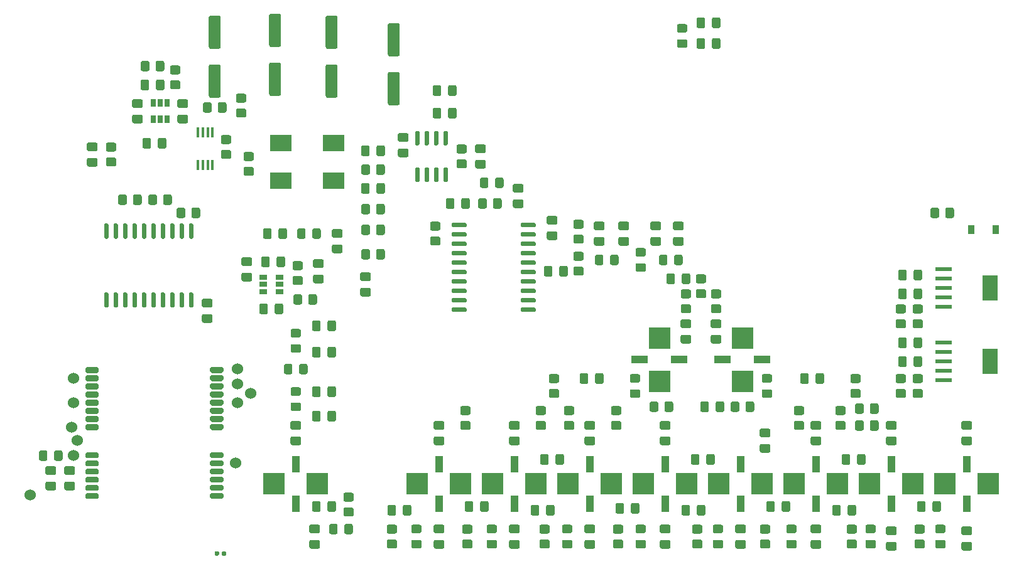
<source format=gbr>
%TF.GenerationSoftware,KiCad,Pcbnew,5.1.9-73d0e3b20d~88~ubuntu20.04.1*%
%TF.CreationDate,2021-01-15T18:11:00+02:00*%
%TF.ProjectId,gpsdo,67707364-6f2e-46b6-9963-61645f706362,rev?*%
%TF.SameCoordinates,PX3e22018PY7b2cf58*%
%TF.FileFunction,Paste,Top*%
%TF.FilePolarity,Positive*%
%FSLAX46Y46*%
G04 Gerber Fmt 4.6, Leading zero omitted, Abs format (unit mm)*
G04 Created by KiCad (PCBNEW 5.1.9-73d0e3b20d~88~ubuntu20.04.1) date 2021-01-15 18:11:00*
%MOMM*%
%LPD*%
G01*
G04 APERTURE LIST*
%ADD10C,1.524000*%
%ADD11R,2.200000X0.600000*%
%ADD12R,2.150000X3.450000*%
%ADD13R,1.016000X2.200000*%
%ADD14R,3.000000X3.000000*%
%ADD15R,2.200000X1.016000*%
%ADD16R,3.000000X2.280000*%
%ADD17R,0.450000X1.450000*%
%ADD18R,1.060000X0.650000*%
%ADD19R,0.650000X1.060000*%
%ADD20R,0.900000X1.200000*%
G04 APERTURE END LIST*
%TO.C,U6*%
G36*
G01*
X26296000Y36748000D02*
X26296000Y37148000D01*
G75*
G02*
X26496000Y37348000I200000J0D01*
G01*
X27896000Y37348000D01*
G75*
G02*
X28096000Y37148000I0J-200000D01*
G01*
X28096000Y36748000D01*
G75*
G02*
X27896000Y36548000I-200000J0D01*
G01*
X26496000Y36548000D01*
G75*
G02*
X26296000Y36748000I0J200000D01*
G01*
G37*
G36*
G01*
X26296000Y35648000D02*
X26296000Y36048000D01*
G75*
G02*
X26496000Y36248000I200000J0D01*
G01*
X27896000Y36248000D01*
G75*
G02*
X28096000Y36048000I0J-200000D01*
G01*
X28096000Y35648000D01*
G75*
G02*
X27896000Y35448000I-200000J0D01*
G01*
X26496000Y35448000D01*
G75*
G02*
X26296000Y35648000I0J200000D01*
G01*
G37*
G36*
G01*
X26296000Y34548000D02*
X26296000Y34948000D01*
G75*
G02*
X26496000Y35148000I200000J0D01*
G01*
X27896000Y35148000D01*
G75*
G02*
X28096000Y34948000I0J-200000D01*
G01*
X28096000Y34548000D01*
G75*
G02*
X27896000Y34348000I-200000J0D01*
G01*
X26496000Y34348000D01*
G75*
G02*
X26296000Y34548000I0J200000D01*
G01*
G37*
G36*
G01*
X26296000Y33448000D02*
X26296000Y33848000D01*
G75*
G02*
X26496000Y34048000I200000J0D01*
G01*
X27896000Y34048000D01*
G75*
G02*
X28096000Y33848000I0J-200000D01*
G01*
X28096000Y33448000D01*
G75*
G02*
X27896000Y33248000I-200000J0D01*
G01*
X26496000Y33248000D01*
G75*
G02*
X26296000Y33448000I0J200000D01*
G01*
G37*
G36*
G01*
X26296000Y32348000D02*
X26296000Y32748000D01*
G75*
G02*
X26496000Y32948000I200000J0D01*
G01*
X27896000Y32948000D01*
G75*
G02*
X28096000Y32748000I0J-200000D01*
G01*
X28096000Y32348000D01*
G75*
G02*
X27896000Y32148000I-200000J0D01*
G01*
X26496000Y32148000D01*
G75*
G02*
X26296000Y32348000I0J200000D01*
G01*
G37*
G36*
G01*
X26296000Y31248000D02*
X26296000Y31648000D01*
G75*
G02*
X26496000Y31848000I200000J0D01*
G01*
X27896000Y31848000D01*
G75*
G02*
X28096000Y31648000I0J-200000D01*
G01*
X28096000Y31248000D01*
G75*
G02*
X27896000Y31048000I-200000J0D01*
G01*
X26496000Y31048000D01*
G75*
G02*
X26296000Y31248000I0J200000D01*
G01*
G37*
G36*
G01*
X26296000Y30148000D02*
X26296000Y30548000D01*
G75*
G02*
X26496000Y30748000I200000J0D01*
G01*
X27896000Y30748000D01*
G75*
G02*
X28096000Y30548000I0J-200000D01*
G01*
X28096000Y30148000D01*
G75*
G02*
X27896000Y29948000I-200000J0D01*
G01*
X26496000Y29948000D01*
G75*
G02*
X26296000Y30148000I0J200000D01*
G01*
G37*
G36*
G01*
X26296000Y29048000D02*
X26296000Y29448000D01*
G75*
G02*
X26496000Y29648000I200000J0D01*
G01*
X27896000Y29648000D01*
G75*
G02*
X28096000Y29448000I0J-200000D01*
G01*
X28096000Y29048000D01*
G75*
G02*
X27896000Y28848000I-200000J0D01*
G01*
X26496000Y28848000D01*
G75*
G02*
X26296000Y29048000I0J200000D01*
G01*
G37*
G36*
G01*
X26296000Y25248000D02*
X26296000Y25648000D01*
G75*
G02*
X26496000Y25848000I200000J0D01*
G01*
X27896000Y25848000D01*
G75*
G02*
X28096000Y25648000I0J-200000D01*
G01*
X28096000Y25248000D01*
G75*
G02*
X27896000Y25048000I-200000J0D01*
G01*
X26496000Y25048000D01*
G75*
G02*
X26296000Y25248000I0J200000D01*
G01*
G37*
G36*
G01*
X26296000Y24148000D02*
X26296000Y24548000D01*
G75*
G02*
X26496000Y24748000I200000J0D01*
G01*
X27896000Y24748000D01*
G75*
G02*
X28096000Y24548000I0J-200000D01*
G01*
X28096000Y24148000D01*
G75*
G02*
X27896000Y23948000I-200000J0D01*
G01*
X26496000Y23948000D01*
G75*
G02*
X26296000Y24148000I0J200000D01*
G01*
G37*
G36*
G01*
X26296000Y23048000D02*
X26296000Y23448000D01*
G75*
G02*
X26496000Y23648000I200000J0D01*
G01*
X27896000Y23648000D01*
G75*
G02*
X28096000Y23448000I0J-200000D01*
G01*
X28096000Y23048000D01*
G75*
G02*
X27896000Y22848000I-200000J0D01*
G01*
X26496000Y22848000D01*
G75*
G02*
X26296000Y23048000I0J200000D01*
G01*
G37*
G36*
G01*
X26296000Y21948000D02*
X26296000Y22348000D01*
G75*
G02*
X26496000Y22548000I200000J0D01*
G01*
X27896000Y22548000D01*
G75*
G02*
X28096000Y22348000I0J-200000D01*
G01*
X28096000Y21948000D01*
G75*
G02*
X27896000Y21748000I-200000J0D01*
G01*
X26496000Y21748000D01*
G75*
G02*
X26296000Y21948000I0J200000D01*
G01*
G37*
G36*
G01*
X26296000Y20848000D02*
X26296000Y21248000D01*
G75*
G02*
X26496000Y21448000I200000J0D01*
G01*
X27896000Y21448000D01*
G75*
G02*
X28096000Y21248000I0J-200000D01*
G01*
X28096000Y20848000D01*
G75*
G02*
X27896000Y20648000I-200000J0D01*
G01*
X26496000Y20648000D01*
G75*
G02*
X26296000Y20848000I0J200000D01*
G01*
G37*
G36*
G01*
X26296000Y19748000D02*
X26296000Y20148000D01*
G75*
G02*
X26496000Y20348000I200000J0D01*
G01*
X27896000Y20348000D01*
G75*
G02*
X28096000Y20148000I0J-200000D01*
G01*
X28096000Y19748000D01*
G75*
G02*
X27896000Y19548000I-200000J0D01*
G01*
X26496000Y19548000D01*
G75*
G02*
X26296000Y19748000I0J200000D01*
G01*
G37*
G36*
G01*
X9496000Y19748000D02*
X9496000Y20148000D01*
G75*
G02*
X9696000Y20348000I200000J0D01*
G01*
X11096000Y20348000D01*
G75*
G02*
X11296000Y20148000I0J-200000D01*
G01*
X11296000Y19748000D01*
G75*
G02*
X11096000Y19548000I-200000J0D01*
G01*
X9696000Y19548000D01*
G75*
G02*
X9496000Y19748000I0J200000D01*
G01*
G37*
G36*
G01*
X9496000Y20848000D02*
X9496000Y21248000D01*
G75*
G02*
X9696000Y21448000I200000J0D01*
G01*
X11096000Y21448000D01*
G75*
G02*
X11296000Y21248000I0J-200000D01*
G01*
X11296000Y20848000D01*
G75*
G02*
X11096000Y20648000I-200000J0D01*
G01*
X9696000Y20648000D01*
G75*
G02*
X9496000Y20848000I0J200000D01*
G01*
G37*
G36*
G01*
X9496000Y21948000D02*
X9496000Y22348000D01*
G75*
G02*
X9696000Y22548000I200000J0D01*
G01*
X11096000Y22548000D01*
G75*
G02*
X11296000Y22348000I0J-200000D01*
G01*
X11296000Y21948000D01*
G75*
G02*
X11096000Y21748000I-200000J0D01*
G01*
X9696000Y21748000D01*
G75*
G02*
X9496000Y21948000I0J200000D01*
G01*
G37*
G36*
G01*
X9496000Y23048000D02*
X9496000Y23448000D01*
G75*
G02*
X9696000Y23648000I200000J0D01*
G01*
X11096000Y23648000D01*
G75*
G02*
X11296000Y23448000I0J-200000D01*
G01*
X11296000Y23048000D01*
G75*
G02*
X11096000Y22848000I-200000J0D01*
G01*
X9696000Y22848000D01*
G75*
G02*
X9496000Y23048000I0J200000D01*
G01*
G37*
G36*
G01*
X9496000Y24148000D02*
X9496000Y24548000D01*
G75*
G02*
X9696000Y24748000I200000J0D01*
G01*
X11096000Y24748000D01*
G75*
G02*
X11296000Y24548000I0J-200000D01*
G01*
X11296000Y24148000D01*
G75*
G02*
X11096000Y23948000I-200000J0D01*
G01*
X9696000Y23948000D01*
G75*
G02*
X9496000Y24148000I0J200000D01*
G01*
G37*
G36*
G01*
X9496000Y25248000D02*
X9496000Y25648000D01*
G75*
G02*
X9696000Y25848000I200000J0D01*
G01*
X11096000Y25848000D01*
G75*
G02*
X11296000Y25648000I0J-200000D01*
G01*
X11296000Y25248000D01*
G75*
G02*
X11096000Y25048000I-200000J0D01*
G01*
X9696000Y25048000D01*
G75*
G02*
X9496000Y25248000I0J200000D01*
G01*
G37*
G36*
G01*
X9496000Y29048000D02*
X9496000Y29448000D01*
G75*
G02*
X9696000Y29648000I200000J0D01*
G01*
X11096000Y29648000D01*
G75*
G02*
X11296000Y29448000I0J-200000D01*
G01*
X11296000Y29048000D01*
G75*
G02*
X11096000Y28848000I-200000J0D01*
G01*
X9696000Y28848000D01*
G75*
G02*
X9496000Y29048000I0J200000D01*
G01*
G37*
G36*
G01*
X9496000Y30148000D02*
X9496000Y30548000D01*
G75*
G02*
X9696000Y30748000I200000J0D01*
G01*
X11096000Y30748000D01*
G75*
G02*
X11296000Y30548000I0J-200000D01*
G01*
X11296000Y30148000D01*
G75*
G02*
X11096000Y29948000I-200000J0D01*
G01*
X9696000Y29948000D01*
G75*
G02*
X9496000Y30148000I0J200000D01*
G01*
G37*
G36*
G01*
X9496000Y31248000D02*
X9496000Y31648000D01*
G75*
G02*
X9696000Y31848000I200000J0D01*
G01*
X11096000Y31848000D01*
G75*
G02*
X11296000Y31648000I0J-200000D01*
G01*
X11296000Y31248000D01*
G75*
G02*
X11096000Y31048000I-200000J0D01*
G01*
X9696000Y31048000D01*
G75*
G02*
X9496000Y31248000I0J200000D01*
G01*
G37*
G36*
G01*
X9496000Y32348000D02*
X9496000Y32748000D01*
G75*
G02*
X9696000Y32948000I200000J0D01*
G01*
X11096000Y32948000D01*
G75*
G02*
X11296000Y32748000I0J-200000D01*
G01*
X11296000Y32348000D01*
G75*
G02*
X11096000Y32148000I-200000J0D01*
G01*
X9696000Y32148000D01*
G75*
G02*
X9496000Y32348000I0J200000D01*
G01*
G37*
G36*
G01*
X9496000Y33448000D02*
X9496000Y33848000D01*
G75*
G02*
X9696000Y34048000I200000J0D01*
G01*
X11096000Y34048000D01*
G75*
G02*
X11296000Y33848000I0J-200000D01*
G01*
X11296000Y33448000D01*
G75*
G02*
X11096000Y33248000I-200000J0D01*
G01*
X9696000Y33248000D01*
G75*
G02*
X9496000Y33448000I0J200000D01*
G01*
G37*
G36*
G01*
X9496000Y34548000D02*
X9496000Y34948000D01*
G75*
G02*
X9696000Y35148000I200000J0D01*
G01*
X11096000Y35148000D01*
G75*
G02*
X11296000Y34948000I0J-200000D01*
G01*
X11296000Y34548000D01*
G75*
G02*
X11096000Y34348000I-200000J0D01*
G01*
X9696000Y34348000D01*
G75*
G02*
X9496000Y34548000I0J200000D01*
G01*
G37*
G36*
G01*
X9496000Y35648000D02*
X9496000Y36048000D01*
G75*
G02*
X9696000Y36248000I200000J0D01*
G01*
X11096000Y36248000D01*
G75*
G02*
X11296000Y36048000I0J-200000D01*
G01*
X11296000Y35648000D01*
G75*
G02*
X11096000Y35448000I-200000J0D01*
G01*
X9696000Y35448000D01*
G75*
G02*
X9496000Y35648000I0J200000D01*
G01*
G37*
G36*
G01*
X9496000Y36748000D02*
X9496000Y37148000D01*
G75*
G02*
X9696000Y37348000I200000J0D01*
G01*
X11096000Y37348000D01*
G75*
G02*
X11296000Y37148000I0J-200000D01*
G01*
X11296000Y36748000D01*
G75*
G02*
X11096000Y36548000I-200000J0D01*
G01*
X9696000Y36548000D01*
G75*
G02*
X9496000Y36748000I0J200000D01*
G01*
G37*
%TD*%
%TO.C,C20*%
G36*
G01*
X43222400Y80298000D02*
X42121600Y80298000D01*
G75*
G02*
X41872000Y80547600I0J249600D01*
G01*
X41872000Y84548400D01*
G75*
G02*
X42121600Y84798000I249600J0D01*
G01*
X43222400Y84798000D01*
G75*
G02*
X43472000Y84548400I0J-249600D01*
G01*
X43472000Y80547600D01*
G75*
G02*
X43222400Y80298000I-249600J0D01*
G01*
G37*
G36*
G01*
X43222400Y73698000D02*
X42121600Y73698000D01*
G75*
G02*
X41872000Y73947600I0J249600D01*
G01*
X41872000Y77948400D01*
G75*
G02*
X42121600Y78198000I249600J0D01*
G01*
X43222400Y78198000D01*
G75*
G02*
X43472000Y77948400I0J-249600D01*
G01*
X43472000Y73947600D01*
G75*
G02*
X43222400Y73698000I-249600J0D01*
G01*
G37*
%TD*%
%TO.C,C19*%
G36*
G01*
X35602400Y80552000D02*
X34501600Y80552000D01*
G75*
G02*
X34252000Y80801600I0J249600D01*
G01*
X34252000Y84802400D01*
G75*
G02*
X34501600Y85052000I249600J0D01*
G01*
X35602400Y85052000D01*
G75*
G02*
X35852000Y84802400I0J-249600D01*
G01*
X35852000Y80801600D01*
G75*
G02*
X35602400Y80552000I-249600J0D01*
G01*
G37*
G36*
G01*
X35602400Y73952000D02*
X34501600Y73952000D01*
G75*
G02*
X34252000Y74201600I0J249600D01*
G01*
X34252000Y78202400D01*
G75*
G02*
X34501600Y78452000I249600J0D01*
G01*
X35602400Y78452000D01*
G75*
G02*
X35852000Y78202400I0J-249600D01*
G01*
X35852000Y74201600D01*
G75*
G02*
X35602400Y73952000I-249600J0D01*
G01*
G37*
%TD*%
%TO.C,C18*%
G36*
G01*
X27474400Y80298000D02*
X26373600Y80298000D01*
G75*
G02*
X26124000Y80547600I0J249600D01*
G01*
X26124000Y84548400D01*
G75*
G02*
X26373600Y84798000I249600J0D01*
G01*
X27474400Y84798000D01*
G75*
G02*
X27724000Y84548400I0J-249600D01*
G01*
X27724000Y80547600D01*
G75*
G02*
X27474400Y80298000I-249600J0D01*
G01*
G37*
G36*
G01*
X27474400Y73698000D02*
X26373600Y73698000D01*
G75*
G02*
X26124000Y73947600I0J249600D01*
G01*
X26124000Y77948400D01*
G75*
G02*
X26373600Y78198000I249600J0D01*
G01*
X27474400Y78198000D01*
G75*
G02*
X27724000Y77948400I0J-249600D01*
G01*
X27724000Y73947600D01*
G75*
G02*
X27474400Y73698000I-249600J0D01*
G01*
G37*
%TD*%
%TO.C,C13*%
G36*
G01*
X51604400Y79282000D02*
X50503600Y79282000D01*
G75*
G02*
X50254000Y79531600I0J249600D01*
G01*
X50254000Y83532400D01*
G75*
G02*
X50503600Y83782000I249600J0D01*
G01*
X51604400Y83782000D01*
G75*
G02*
X51854000Y83532400I0J-249600D01*
G01*
X51854000Y79531600D01*
G75*
G02*
X51604400Y79282000I-249600J0D01*
G01*
G37*
G36*
G01*
X51604400Y72682000D02*
X50503600Y72682000D01*
G75*
G02*
X50254000Y72931600I0J249600D01*
G01*
X50254000Y76932400D01*
G75*
G02*
X50503600Y77182000I249600J0D01*
G01*
X51604400Y77182000D01*
G75*
G02*
X51854000Y76932400I0J-249600D01*
G01*
X51854000Y72931600D01*
G75*
G02*
X51604400Y72682000I-249600J0D01*
G01*
G37*
%TD*%
D10*
%TO.C,J29*%
X29718000Y24384000D03*
%TD*%
%TO.C,J28*%
X29972000Y32512000D03*
%TD*%
%TO.C,J27*%
X7620000Y29210000D03*
%TD*%
%TO.C,J26*%
X8382000Y27432000D03*
%TD*%
%TO.C,J25*%
X7874000Y32512000D03*
%TD*%
%TO.C,J24*%
X7874000Y25400000D03*
%TD*%
%TO.C,J23*%
X2032000Y20066000D03*
%TD*%
%TO.C,J22*%
X29972000Y37084000D03*
%TD*%
%TO.C,J21*%
X7874000Y35814000D03*
%TD*%
%TO.C,J19*%
X29972000Y35052000D03*
%TD*%
%TO.C,J18*%
X31750000Y33782000D03*
%TD*%
%TO.C,U4*%
G36*
G01*
X23599000Y47429000D02*
X23899000Y47429000D01*
G75*
G02*
X24049000Y47279000I0J-150000D01*
G01*
X24049000Y45529000D01*
G75*
G02*
X23899000Y45379000I-150000J0D01*
G01*
X23599000Y45379000D01*
G75*
G02*
X23449000Y45529000I0J150000D01*
G01*
X23449000Y47279000D01*
G75*
G02*
X23599000Y47429000I150000J0D01*
G01*
G37*
G36*
G01*
X22329000Y47429000D02*
X22629000Y47429000D01*
G75*
G02*
X22779000Y47279000I0J-150000D01*
G01*
X22779000Y45529000D01*
G75*
G02*
X22629000Y45379000I-150000J0D01*
G01*
X22329000Y45379000D01*
G75*
G02*
X22179000Y45529000I0J150000D01*
G01*
X22179000Y47279000D01*
G75*
G02*
X22329000Y47429000I150000J0D01*
G01*
G37*
G36*
G01*
X21059000Y47429000D02*
X21359000Y47429000D01*
G75*
G02*
X21509000Y47279000I0J-150000D01*
G01*
X21509000Y45529000D01*
G75*
G02*
X21359000Y45379000I-150000J0D01*
G01*
X21059000Y45379000D01*
G75*
G02*
X20909000Y45529000I0J150000D01*
G01*
X20909000Y47279000D01*
G75*
G02*
X21059000Y47429000I150000J0D01*
G01*
G37*
G36*
G01*
X19789000Y47429000D02*
X20089000Y47429000D01*
G75*
G02*
X20239000Y47279000I0J-150000D01*
G01*
X20239000Y45529000D01*
G75*
G02*
X20089000Y45379000I-150000J0D01*
G01*
X19789000Y45379000D01*
G75*
G02*
X19639000Y45529000I0J150000D01*
G01*
X19639000Y47279000D01*
G75*
G02*
X19789000Y47429000I150000J0D01*
G01*
G37*
G36*
G01*
X18519000Y47429000D02*
X18819000Y47429000D01*
G75*
G02*
X18969000Y47279000I0J-150000D01*
G01*
X18969000Y45529000D01*
G75*
G02*
X18819000Y45379000I-150000J0D01*
G01*
X18519000Y45379000D01*
G75*
G02*
X18369000Y45529000I0J150000D01*
G01*
X18369000Y47279000D01*
G75*
G02*
X18519000Y47429000I150000J0D01*
G01*
G37*
G36*
G01*
X17249000Y47429000D02*
X17549000Y47429000D01*
G75*
G02*
X17699000Y47279000I0J-150000D01*
G01*
X17699000Y45529000D01*
G75*
G02*
X17549000Y45379000I-150000J0D01*
G01*
X17249000Y45379000D01*
G75*
G02*
X17099000Y45529000I0J150000D01*
G01*
X17099000Y47279000D01*
G75*
G02*
X17249000Y47429000I150000J0D01*
G01*
G37*
G36*
G01*
X15979000Y47429000D02*
X16279000Y47429000D01*
G75*
G02*
X16429000Y47279000I0J-150000D01*
G01*
X16429000Y45529000D01*
G75*
G02*
X16279000Y45379000I-150000J0D01*
G01*
X15979000Y45379000D01*
G75*
G02*
X15829000Y45529000I0J150000D01*
G01*
X15829000Y47279000D01*
G75*
G02*
X15979000Y47429000I150000J0D01*
G01*
G37*
G36*
G01*
X14709000Y47429000D02*
X15009000Y47429000D01*
G75*
G02*
X15159000Y47279000I0J-150000D01*
G01*
X15159000Y45529000D01*
G75*
G02*
X15009000Y45379000I-150000J0D01*
G01*
X14709000Y45379000D01*
G75*
G02*
X14559000Y45529000I0J150000D01*
G01*
X14559000Y47279000D01*
G75*
G02*
X14709000Y47429000I150000J0D01*
G01*
G37*
G36*
G01*
X13439000Y47429000D02*
X13739000Y47429000D01*
G75*
G02*
X13889000Y47279000I0J-150000D01*
G01*
X13889000Y45529000D01*
G75*
G02*
X13739000Y45379000I-150000J0D01*
G01*
X13439000Y45379000D01*
G75*
G02*
X13289000Y45529000I0J150000D01*
G01*
X13289000Y47279000D01*
G75*
G02*
X13439000Y47429000I150000J0D01*
G01*
G37*
G36*
G01*
X12169000Y47429000D02*
X12469000Y47429000D01*
G75*
G02*
X12619000Y47279000I0J-150000D01*
G01*
X12619000Y45529000D01*
G75*
G02*
X12469000Y45379000I-150000J0D01*
G01*
X12169000Y45379000D01*
G75*
G02*
X12019000Y45529000I0J150000D01*
G01*
X12019000Y47279000D01*
G75*
G02*
X12169000Y47429000I150000J0D01*
G01*
G37*
G36*
G01*
X12169000Y56729000D02*
X12469000Y56729000D01*
G75*
G02*
X12619000Y56579000I0J-150000D01*
G01*
X12619000Y54829000D01*
G75*
G02*
X12469000Y54679000I-150000J0D01*
G01*
X12169000Y54679000D01*
G75*
G02*
X12019000Y54829000I0J150000D01*
G01*
X12019000Y56579000D01*
G75*
G02*
X12169000Y56729000I150000J0D01*
G01*
G37*
G36*
G01*
X13439000Y56729000D02*
X13739000Y56729000D01*
G75*
G02*
X13889000Y56579000I0J-150000D01*
G01*
X13889000Y54829000D01*
G75*
G02*
X13739000Y54679000I-150000J0D01*
G01*
X13439000Y54679000D01*
G75*
G02*
X13289000Y54829000I0J150000D01*
G01*
X13289000Y56579000D01*
G75*
G02*
X13439000Y56729000I150000J0D01*
G01*
G37*
G36*
G01*
X14709000Y56729000D02*
X15009000Y56729000D01*
G75*
G02*
X15159000Y56579000I0J-150000D01*
G01*
X15159000Y54829000D01*
G75*
G02*
X15009000Y54679000I-150000J0D01*
G01*
X14709000Y54679000D01*
G75*
G02*
X14559000Y54829000I0J150000D01*
G01*
X14559000Y56579000D01*
G75*
G02*
X14709000Y56729000I150000J0D01*
G01*
G37*
G36*
G01*
X15979000Y56729000D02*
X16279000Y56729000D01*
G75*
G02*
X16429000Y56579000I0J-150000D01*
G01*
X16429000Y54829000D01*
G75*
G02*
X16279000Y54679000I-150000J0D01*
G01*
X15979000Y54679000D01*
G75*
G02*
X15829000Y54829000I0J150000D01*
G01*
X15829000Y56579000D01*
G75*
G02*
X15979000Y56729000I150000J0D01*
G01*
G37*
G36*
G01*
X17249000Y56729000D02*
X17549000Y56729000D01*
G75*
G02*
X17699000Y56579000I0J-150000D01*
G01*
X17699000Y54829000D01*
G75*
G02*
X17549000Y54679000I-150000J0D01*
G01*
X17249000Y54679000D01*
G75*
G02*
X17099000Y54829000I0J150000D01*
G01*
X17099000Y56579000D01*
G75*
G02*
X17249000Y56729000I150000J0D01*
G01*
G37*
G36*
G01*
X18519000Y56729000D02*
X18819000Y56729000D01*
G75*
G02*
X18969000Y56579000I0J-150000D01*
G01*
X18969000Y54829000D01*
G75*
G02*
X18819000Y54679000I-150000J0D01*
G01*
X18519000Y54679000D01*
G75*
G02*
X18369000Y54829000I0J150000D01*
G01*
X18369000Y56579000D01*
G75*
G02*
X18519000Y56729000I150000J0D01*
G01*
G37*
G36*
G01*
X19789000Y56729000D02*
X20089000Y56729000D01*
G75*
G02*
X20239000Y56579000I0J-150000D01*
G01*
X20239000Y54829000D01*
G75*
G02*
X20089000Y54679000I-150000J0D01*
G01*
X19789000Y54679000D01*
G75*
G02*
X19639000Y54829000I0J150000D01*
G01*
X19639000Y56579000D01*
G75*
G02*
X19789000Y56729000I150000J0D01*
G01*
G37*
G36*
G01*
X21059000Y56729000D02*
X21359000Y56729000D01*
G75*
G02*
X21509000Y56579000I0J-150000D01*
G01*
X21509000Y54829000D01*
G75*
G02*
X21359000Y54679000I-150000J0D01*
G01*
X21059000Y54679000D01*
G75*
G02*
X20909000Y54829000I0J150000D01*
G01*
X20909000Y56579000D01*
G75*
G02*
X21059000Y56729000I150000J0D01*
G01*
G37*
G36*
G01*
X22329000Y56729000D02*
X22629000Y56729000D01*
G75*
G02*
X22779000Y56579000I0J-150000D01*
G01*
X22779000Y54829000D01*
G75*
G02*
X22629000Y54679000I-150000J0D01*
G01*
X22329000Y54679000D01*
G75*
G02*
X22179000Y54829000I0J150000D01*
G01*
X22179000Y56579000D01*
G75*
G02*
X22329000Y56729000I150000J0D01*
G01*
G37*
G36*
G01*
X23599000Y56729000D02*
X23899000Y56729000D01*
G75*
G02*
X24049000Y56579000I0J-150000D01*
G01*
X24049000Y54829000D01*
G75*
G02*
X23899000Y54679000I-150000J0D01*
G01*
X23599000Y54679000D01*
G75*
G02*
X23449000Y54829000I0J150000D01*
G01*
X23449000Y56579000D01*
G75*
G02*
X23599000Y56729000I150000J0D01*
G01*
G37*
%TD*%
%TO.C,U8*%
G36*
G01*
X68141000Y56365000D02*
X68141000Y56665000D01*
G75*
G02*
X68291000Y56815000I150000J0D01*
G01*
X70041000Y56815000D01*
G75*
G02*
X70191000Y56665000I0J-150000D01*
G01*
X70191000Y56365000D01*
G75*
G02*
X70041000Y56215000I-150000J0D01*
G01*
X68291000Y56215000D01*
G75*
G02*
X68141000Y56365000I0J150000D01*
G01*
G37*
G36*
G01*
X68141000Y55095000D02*
X68141000Y55395000D01*
G75*
G02*
X68291000Y55545000I150000J0D01*
G01*
X70041000Y55545000D01*
G75*
G02*
X70191000Y55395000I0J-150000D01*
G01*
X70191000Y55095000D01*
G75*
G02*
X70041000Y54945000I-150000J0D01*
G01*
X68291000Y54945000D01*
G75*
G02*
X68141000Y55095000I0J150000D01*
G01*
G37*
G36*
G01*
X68141000Y53825000D02*
X68141000Y54125000D01*
G75*
G02*
X68291000Y54275000I150000J0D01*
G01*
X70041000Y54275000D01*
G75*
G02*
X70191000Y54125000I0J-150000D01*
G01*
X70191000Y53825000D01*
G75*
G02*
X70041000Y53675000I-150000J0D01*
G01*
X68291000Y53675000D01*
G75*
G02*
X68141000Y53825000I0J150000D01*
G01*
G37*
G36*
G01*
X68141000Y52555000D02*
X68141000Y52855000D01*
G75*
G02*
X68291000Y53005000I150000J0D01*
G01*
X70041000Y53005000D01*
G75*
G02*
X70191000Y52855000I0J-150000D01*
G01*
X70191000Y52555000D01*
G75*
G02*
X70041000Y52405000I-150000J0D01*
G01*
X68291000Y52405000D01*
G75*
G02*
X68141000Y52555000I0J150000D01*
G01*
G37*
G36*
G01*
X68141000Y51285000D02*
X68141000Y51585000D01*
G75*
G02*
X68291000Y51735000I150000J0D01*
G01*
X70041000Y51735000D01*
G75*
G02*
X70191000Y51585000I0J-150000D01*
G01*
X70191000Y51285000D01*
G75*
G02*
X70041000Y51135000I-150000J0D01*
G01*
X68291000Y51135000D01*
G75*
G02*
X68141000Y51285000I0J150000D01*
G01*
G37*
G36*
G01*
X68141000Y50015000D02*
X68141000Y50315000D01*
G75*
G02*
X68291000Y50465000I150000J0D01*
G01*
X70041000Y50465000D01*
G75*
G02*
X70191000Y50315000I0J-150000D01*
G01*
X70191000Y50015000D01*
G75*
G02*
X70041000Y49865000I-150000J0D01*
G01*
X68291000Y49865000D01*
G75*
G02*
X68141000Y50015000I0J150000D01*
G01*
G37*
G36*
G01*
X68141000Y48745000D02*
X68141000Y49045000D01*
G75*
G02*
X68291000Y49195000I150000J0D01*
G01*
X70041000Y49195000D01*
G75*
G02*
X70191000Y49045000I0J-150000D01*
G01*
X70191000Y48745000D01*
G75*
G02*
X70041000Y48595000I-150000J0D01*
G01*
X68291000Y48595000D01*
G75*
G02*
X68141000Y48745000I0J150000D01*
G01*
G37*
G36*
G01*
X68141000Y47475000D02*
X68141000Y47775000D01*
G75*
G02*
X68291000Y47925000I150000J0D01*
G01*
X70041000Y47925000D01*
G75*
G02*
X70191000Y47775000I0J-150000D01*
G01*
X70191000Y47475000D01*
G75*
G02*
X70041000Y47325000I-150000J0D01*
G01*
X68291000Y47325000D01*
G75*
G02*
X68141000Y47475000I0J150000D01*
G01*
G37*
G36*
G01*
X68141000Y46205000D02*
X68141000Y46505000D01*
G75*
G02*
X68291000Y46655000I150000J0D01*
G01*
X70041000Y46655000D01*
G75*
G02*
X70191000Y46505000I0J-150000D01*
G01*
X70191000Y46205000D01*
G75*
G02*
X70041000Y46055000I-150000J0D01*
G01*
X68291000Y46055000D01*
G75*
G02*
X68141000Y46205000I0J150000D01*
G01*
G37*
G36*
G01*
X68141000Y44935000D02*
X68141000Y45235000D01*
G75*
G02*
X68291000Y45385000I150000J0D01*
G01*
X70041000Y45385000D01*
G75*
G02*
X70191000Y45235000I0J-150000D01*
G01*
X70191000Y44935000D01*
G75*
G02*
X70041000Y44785000I-150000J0D01*
G01*
X68291000Y44785000D01*
G75*
G02*
X68141000Y44935000I0J150000D01*
G01*
G37*
G36*
G01*
X58841000Y44935000D02*
X58841000Y45235000D01*
G75*
G02*
X58991000Y45385000I150000J0D01*
G01*
X60741000Y45385000D01*
G75*
G02*
X60891000Y45235000I0J-150000D01*
G01*
X60891000Y44935000D01*
G75*
G02*
X60741000Y44785000I-150000J0D01*
G01*
X58991000Y44785000D01*
G75*
G02*
X58841000Y44935000I0J150000D01*
G01*
G37*
G36*
G01*
X58841000Y46205000D02*
X58841000Y46505000D01*
G75*
G02*
X58991000Y46655000I150000J0D01*
G01*
X60741000Y46655000D01*
G75*
G02*
X60891000Y46505000I0J-150000D01*
G01*
X60891000Y46205000D01*
G75*
G02*
X60741000Y46055000I-150000J0D01*
G01*
X58991000Y46055000D01*
G75*
G02*
X58841000Y46205000I0J150000D01*
G01*
G37*
G36*
G01*
X58841000Y47475000D02*
X58841000Y47775000D01*
G75*
G02*
X58991000Y47925000I150000J0D01*
G01*
X60741000Y47925000D01*
G75*
G02*
X60891000Y47775000I0J-150000D01*
G01*
X60891000Y47475000D01*
G75*
G02*
X60741000Y47325000I-150000J0D01*
G01*
X58991000Y47325000D01*
G75*
G02*
X58841000Y47475000I0J150000D01*
G01*
G37*
G36*
G01*
X58841000Y48745000D02*
X58841000Y49045000D01*
G75*
G02*
X58991000Y49195000I150000J0D01*
G01*
X60741000Y49195000D01*
G75*
G02*
X60891000Y49045000I0J-150000D01*
G01*
X60891000Y48745000D01*
G75*
G02*
X60741000Y48595000I-150000J0D01*
G01*
X58991000Y48595000D01*
G75*
G02*
X58841000Y48745000I0J150000D01*
G01*
G37*
G36*
G01*
X58841000Y50015000D02*
X58841000Y50315000D01*
G75*
G02*
X58991000Y50465000I150000J0D01*
G01*
X60741000Y50465000D01*
G75*
G02*
X60891000Y50315000I0J-150000D01*
G01*
X60891000Y50015000D01*
G75*
G02*
X60741000Y49865000I-150000J0D01*
G01*
X58991000Y49865000D01*
G75*
G02*
X58841000Y50015000I0J150000D01*
G01*
G37*
G36*
G01*
X58841000Y51285000D02*
X58841000Y51585000D01*
G75*
G02*
X58991000Y51735000I150000J0D01*
G01*
X60741000Y51735000D01*
G75*
G02*
X60891000Y51585000I0J-150000D01*
G01*
X60891000Y51285000D01*
G75*
G02*
X60741000Y51135000I-150000J0D01*
G01*
X58991000Y51135000D01*
G75*
G02*
X58841000Y51285000I0J150000D01*
G01*
G37*
G36*
G01*
X58841000Y52555000D02*
X58841000Y52855000D01*
G75*
G02*
X58991000Y53005000I150000J0D01*
G01*
X60741000Y53005000D01*
G75*
G02*
X60891000Y52855000I0J-150000D01*
G01*
X60891000Y52555000D01*
G75*
G02*
X60741000Y52405000I-150000J0D01*
G01*
X58991000Y52405000D01*
G75*
G02*
X58841000Y52555000I0J150000D01*
G01*
G37*
G36*
G01*
X58841000Y53825000D02*
X58841000Y54125000D01*
G75*
G02*
X58991000Y54275000I150000J0D01*
G01*
X60741000Y54275000D01*
G75*
G02*
X60891000Y54125000I0J-150000D01*
G01*
X60891000Y53825000D01*
G75*
G02*
X60741000Y53675000I-150000J0D01*
G01*
X58991000Y53675000D01*
G75*
G02*
X58841000Y53825000I0J150000D01*
G01*
G37*
G36*
G01*
X58841000Y55095000D02*
X58841000Y55395000D01*
G75*
G02*
X58991000Y55545000I150000J0D01*
G01*
X60741000Y55545000D01*
G75*
G02*
X60891000Y55395000I0J-150000D01*
G01*
X60891000Y55095000D01*
G75*
G02*
X60741000Y54945000I-150000J0D01*
G01*
X58991000Y54945000D01*
G75*
G02*
X58841000Y55095000I0J150000D01*
G01*
G37*
G36*
G01*
X58841000Y56365000D02*
X58841000Y56665000D01*
G75*
G02*
X58991000Y56815000I150000J0D01*
G01*
X60741000Y56815000D01*
G75*
G02*
X60891000Y56665000I0J-150000D01*
G01*
X60891000Y56365000D01*
G75*
G02*
X60741000Y56215000I-150000J0D01*
G01*
X58991000Y56215000D01*
G75*
G02*
X58841000Y56365000I0J150000D01*
G01*
G37*
%TD*%
D11*
%TO.C,U21*%
X125132500Y50546000D03*
X125132500Y45466000D03*
X125132500Y48006000D03*
D12*
X131432500Y48006000D03*
D11*
X125132500Y49276000D03*
X125132500Y46736000D03*
%TD*%
%TO.C,R50*%
G36*
G01*
X119830001Y44596000D02*
X118929999Y44596000D01*
G75*
G02*
X118680000Y44845999I0J249999D01*
G01*
X118680000Y45546001D01*
G75*
G02*
X118929999Y45796000I249999J0D01*
G01*
X119830001Y45796000D01*
G75*
G02*
X120080000Y45546001I0J-249999D01*
G01*
X120080000Y44845999D01*
G75*
G02*
X119830001Y44596000I-249999J0D01*
G01*
G37*
G36*
G01*
X119830001Y42596000D02*
X118929999Y42596000D01*
G75*
G02*
X118680000Y42845999I0J249999D01*
G01*
X118680000Y43546001D01*
G75*
G02*
X118929999Y43796000I249999J0D01*
G01*
X119830001Y43796000D01*
G75*
G02*
X120080000Y43546001I0J-249999D01*
G01*
X120080000Y42845999D01*
G75*
G02*
X119830001Y42596000I-249999J0D01*
G01*
G37*
%TD*%
%TO.C,R49*%
G36*
G01*
X121215999Y43796000D02*
X122116001Y43796000D01*
G75*
G02*
X122366000Y43546001I0J-249999D01*
G01*
X122366000Y42845999D01*
G75*
G02*
X122116001Y42596000I-249999J0D01*
G01*
X121215999Y42596000D01*
G75*
G02*
X120966000Y42845999I0J249999D01*
G01*
X120966000Y43546001D01*
G75*
G02*
X121215999Y43796000I249999J0D01*
G01*
G37*
G36*
G01*
X121215999Y45796000D02*
X122116001Y45796000D01*
G75*
G02*
X122366000Y45546001I0J-249999D01*
G01*
X122366000Y44845999D01*
G75*
G02*
X122116001Y44596000I-249999J0D01*
G01*
X121215999Y44596000D01*
G75*
G02*
X120966000Y44845999I0J249999D01*
G01*
X120966000Y45546001D01*
G75*
G02*
X121215999Y45796000I249999J0D01*
G01*
G37*
%TD*%
%TO.C,C79*%
G36*
G01*
X121100000Y46769000D02*
X121100000Y47719000D01*
G75*
G02*
X121350000Y47969000I250000J0D01*
G01*
X122025000Y47969000D01*
G75*
G02*
X122275000Y47719000I0J-250000D01*
G01*
X122275000Y46769000D01*
G75*
G02*
X122025000Y46519000I-250000J0D01*
G01*
X121350000Y46519000D01*
G75*
G02*
X121100000Y46769000I0J250000D01*
G01*
G37*
G36*
G01*
X119025000Y46769000D02*
X119025000Y47719000D01*
G75*
G02*
X119275000Y47969000I250000J0D01*
G01*
X119950000Y47969000D01*
G75*
G02*
X120200000Y47719000I0J-250000D01*
G01*
X120200000Y46769000D01*
G75*
G02*
X119950000Y46519000I-250000J0D01*
G01*
X119275000Y46519000D01*
G75*
G02*
X119025000Y46769000I0J250000D01*
G01*
G37*
%TD*%
%TO.C,C78*%
G36*
G01*
X120200000Y50259000D02*
X120200000Y49309000D01*
G75*
G02*
X119950000Y49059000I-250000J0D01*
G01*
X119275000Y49059000D01*
G75*
G02*
X119025000Y49309000I0J250000D01*
G01*
X119025000Y50259000D01*
G75*
G02*
X119275000Y50509000I250000J0D01*
G01*
X119950000Y50509000D01*
G75*
G02*
X120200000Y50259000I0J-250000D01*
G01*
G37*
G36*
G01*
X122275000Y50259000D02*
X122275000Y49309000D01*
G75*
G02*
X122025000Y49059000I-250000J0D01*
G01*
X121350000Y49059000D01*
G75*
G02*
X121100000Y49309000I0J250000D01*
G01*
X121100000Y50259000D01*
G75*
G02*
X121350000Y50509000I250000J0D01*
G01*
X122025000Y50509000D01*
G75*
G02*
X122275000Y50259000I0J-250000D01*
G01*
G37*
%TD*%
%TO.C,U3*%
X125132500Y40640000D03*
X125132500Y35560000D03*
X125132500Y38100000D03*
D12*
X131432500Y38100000D03*
D11*
X125132500Y39370000D03*
X125132500Y36830000D03*
%TD*%
%TO.C,R38*%
G36*
G01*
X44507999Y18396000D02*
X45408001Y18396000D01*
G75*
G02*
X45658000Y18146001I0J-249999D01*
G01*
X45658000Y17445999D01*
G75*
G02*
X45408001Y17196000I-249999J0D01*
G01*
X44507999Y17196000D01*
G75*
G02*
X44258000Y17445999I0J249999D01*
G01*
X44258000Y18146001D01*
G75*
G02*
X44507999Y18396000I249999J0D01*
G01*
G37*
G36*
G01*
X44507999Y20396000D02*
X45408001Y20396000D01*
G75*
G02*
X45658000Y20146001I0J-249999D01*
G01*
X45658000Y19445999D01*
G75*
G02*
X45408001Y19196000I-249999J0D01*
G01*
X44507999Y19196000D01*
G75*
G02*
X44258000Y19445999I0J249999D01*
G01*
X44258000Y20146001D01*
G75*
G02*
X44507999Y20396000I249999J0D01*
G01*
G37*
%TD*%
%TO.C,R48*%
G36*
G01*
X47860000Y64458001D02*
X47860000Y63557999D01*
G75*
G02*
X47610001Y63308000I-249999J0D01*
G01*
X46909999Y63308000D01*
G75*
G02*
X46660000Y63557999I0J249999D01*
G01*
X46660000Y64458001D01*
G75*
G02*
X46909999Y64708000I249999J0D01*
G01*
X47610001Y64708000D01*
G75*
G02*
X47860000Y64458001I0J-249999D01*
G01*
G37*
G36*
G01*
X49860000Y64458001D02*
X49860000Y63557999D01*
G75*
G02*
X49610001Y63308000I-249999J0D01*
G01*
X48909999Y63308000D01*
G75*
G02*
X48660000Y63557999I0J249999D01*
G01*
X48660000Y64458001D01*
G75*
G02*
X48909999Y64708000I249999J0D01*
G01*
X49610001Y64708000D01*
G75*
G02*
X49860000Y64458001I0J-249999D01*
G01*
G37*
%TD*%
%TO.C,R20*%
G36*
G01*
X60648001Y66186000D02*
X59747999Y66186000D01*
G75*
G02*
X59498000Y66435999I0J249999D01*
G01*
X59498000Y67136001D01*
G75*
G02*
X59747999Y67386000I249999J0D01*
G01*
X60648001Y67386000D01*
G75*
G02*
X60898000Y67136001I0J-249999D01*
G01*
X60898000Y66435999D01*
G75*
G02*
X60648001Y66186000I-249999J0D01*
G01*
G37*
G36*
G01*
X60648001Y64186000D02*
X59747999Y64186000D01*
G75*
G02*
X59498000Y64435999I0J249999D01*
G01*
X59498000Y65136001D01*
G75*
G02*
X59747999Y65386000I249999J0D01*
G01*
X60648001Y65386000D01*
G75*
G02*
X60898000Y65136001I0J-249999D01*
G01*
X60898000Y64435999D01*
G75*
G02*
X60648001Y64186000I-249999J0D01*
G01*
G37*
%TD*%
%TO.C,R19*%
G36*
G01*
X47860000Y59124001D02*
X47860000Y58223999D01*
G75*
G02*
X47610001Y57974000I-249999J0D01*
G01*
X46909999Y57974000D01*
G75*
G02*
X46660000Y58223999I0J249999D01*
G01*
X46660000Y59124001D01*
G75*
G02*
X46909999Y59374000I249999J0D01*
G01*
X47610001Y59374000D01*
G75*
G02*
X47860000Y59124001I0J-249999D01*
G01*
G37*
G36*
G01*
X49860000Y59124001D02*
X49860000Y58223999D01*
G75*
G02*
X49610001Y57974000I-249999J0D01*
G01*
X48909999Y57974000D01*
G75*
G02*
X48660000Y58223999I0J249999D01*
G01*
X48660000Y59124001D01*
G75*
G02*
X48909999Y59374000I249999J0D01*
G01*
X49610001Y59374000D01*
G75*
G02*
X49860000Y59124001I0J-249999D01*
G01*
G37*
%TD*%
%TO.C,R18*%
G36*
G01*
X48660000Y52127999D02*
X48660000Y53028001D01*
G75*
G02*
X48909999Y53278000I249999J0D01*
G01*
X49610001Y53278000D01*
G75*
G02*
X49860000Y53028001I0J-249999D01*
G01*
X49860000Y52127999D01*
G75*
G02*
X49610001Y51878000I-249999J0D01*
G01*
X48909999Y51878000D01*
G75*
G02*
X48660000Y52127999I0J249999D01*
G01*
G37*
G36*
G01*
X46660000Y52127999D02*
X46660000Y53028001D01*
G75*
G02*
X46909999Y53278000I249999J0D01*
G01*
X47610001Y53278000D01*
G75*
G02*
X47860000Y53028001I0J-249999D01*
G01*
X47860000Y52127999D01*
G75*
G02*
X47610001Y51878000I-249999J0D01*
G01*
X46909999Y51878000D01*
G75*
G02*
X46660000Y52127999I0J249999D01*
G01*
G37*
%TD*%
%TO.C,R17*%
G36*
G01*
X47860000Y56330001D02*
X47860000Y55429999D01*
G75*
G02*
X47610001Y55180000I-249999J0D01*
G01*
X46909999Y55180000D01*
G75*
G02*
X46660000Y55429999I0J249999D01*
G01*
X46660000Y56330001D01*
G75*
G02*
X46909999Y56580000I249999J0D01*
G01*
X47610001Y56580000D01*
G75*
G02*
X47860000Y56330001I0J-249999D01*
G01*
G37*
G36*
G01*
X49860000Y56330001D02*
X49860000Y55429999D01*
G75*
G02*
X49610001Y55180000I-249999J0D01*
G01*
X48909999Y55180000D01*
G75*
G02*
X48660000Y55429999I0J249999D01*
G01*
X48660000Y56330001D01*
G75*
G02*
X48909999Y56580000I249999J0D01*
G01*
X49610001Y56580000D01*
G75*
G02*
X49860000Y56330001I0J-249999D01*
G01*
G37*
%TD*%
%TO.C,R14*%
G36*
G01*
X30930001Y73044000D02*
X30029999Y73044000D01*
G75*
G02*
X29780000Y73293999I0J249999D01*
G01*
X29780000Y73994001D01*
G75*
G02*
X30029999Y74244000I249999J0D01*
G01*
X30930001Y74244000D01*
G75*
G02*
X31180000Y73994001I0J-249999D01*
G01*
X31180000Y73293999D01*
G75*
G02*
X30930001Y73044000I-249999J0D01*
G01*
G37*
G36*
G01*
X30930001Y71044000D02*
X30029999Y71044000D01*
G75*
G02*
X29780000Y71293999I0J249999D01*
G01*
X29780000Y71994001D01*
G75*
G02*
X30029999Y72244000I249999J0D01*
G01*
X30930001Y72244000D01*
G75*
G02*
X31180000Y71994001I0J-249999D01*
G01*
X31180000Y71293999D01*
G75*
G02*
X30930001Y71044000I-249999J0D01*
G01*
G37*
%TD*%
%TO.C,R13*%
G36*
G01*
X26524000Y72840001D02*
X26524000Y71939999D01*
G75*
G02*
X26274001Y71690000I-249999J0D01*
G01*
X25573999Y71690000D01*
G75*
G02*
X25324000Y71939999I0J249999D01*
G01*
X25324000Y72840001D01*
G75*
G02*
X25573999Y73090000I249999J0D01*
G01*
X26274001Y73090000D01*
G75*
G02*
X26524000Y72840001I0J-249999D01*
G01*
G37*
G36*
G01*
X28524000Y72840001D02*
X28524000Y71939999D01*
G75*
G02*
X28274001Y71690000I-249999J0D01*
G01*
X27573999Y71690000D01*
G75*
G02*
X27324000Y71939999I0J249999D01*
G01*
X27324000Y72840001D01*
G75*
G02*
X27573999Y73090000I249999J0D01*
G01*
X28274001Y73090000D01*
G75*
G02*
X28524000Y72840001I0J-249999D01*
G01*
G37*
%TD*%
%TO.C,R12*%
G36*
G01*
X28898001Y67456000D02*
X27997999Y67456000D01*
G75*
G02*
X27748000Y67705999I0J249999D01*
G01*
X27748000Y68406001D01*
G75*
G02*
X27997999Y68656000I249999J0D01*
G01*
X28898001Y68656000D01*
G75*
G02*
X29148000Y68406001I0J-249999D01*
G01*
X29148000Y67705999D01*
G75*
G02*
X28898001Y67456000I-249999J0D01*
G01*
G37*
G36*
G01*
X28898001Y65456000D02*
X27997999Y65456000D01*
G75*
G02*
X27748000Y65705999I0J249999D01*
G01*
X27748000Y66406001D01*
G75*
G02*
X27997999Y66656000I249999J0D01*
G01*
X28898001Y66656000D01*
G75*
G02*
X29148000Y66406001I0J-249999D01*
G01*
X29148000Y65705999D01*
G75*
G02*
X28898001Y65456000I-249999J0D01*
G01*
G37*
%TD*%
%TO.C,R11*%
G36*
G01*
X31045999Y64370000D02*
X31946001Y64370000D01*
G75*
G02*
X32196000Y64120001I0J-249999D01*
G01*
X32196000Y63419999D01*
G75*
G02*
X31946001Y63170000I-249999J0D01*
G01*
X31045999Y63170000D01*
G75*
G02*
X30796000Y63419999I0J249999D01*
G01*
X30796000Y64120001D01*
G75*
G02*
X31045999Y64370000I249999J0D01*
G01*
G37*
G36*
G01*
X31045999Y66370000D02*
X31946001Y66370000D01*
G75*
G02*
X32196000Y66120001I0J-249999D01*
G01*
X32196000Y65419999D01*
G75*
G02*
X31946001Y65170000I-249999J0D01*
G01*
X31045999Y65170000D01*
G75*
G02*
X30796000Y65419999I0J249999D01*
G01*
X30796000Y66120001D01*
G75*
G02*
X31045999Y66370000I249999J0D01*
G01*
G37*
%TD*%
%TO.C,R47*%
G36*
G01*
X125368000Y57715999D02*
X125368000Y58616001D01*
G75*
G02*
X125617999Y58866000I249999J0D01*
G01*
X126318001Y58866000D01*
G75*
G02*
X126568000Y58616001I0J-249999D01*
G01*
X126568000Y57715999D01*
G75*
G02*
X126318001Y57466000I-249999J0D01*
G01*
X125617999Y57466000D01*
G75*
G02*
X125368000Y57715999I0J249999D01*
G01*
G37*
G36*
G01*
X123368000Y57715999D02*
X123368000Y58616001D01*
G75*
G02*
X123617999Y58866000I249999J0D01*
G01*
X124318001Y58866000D01*
G75*
G02*
X124568000Y58616001I0J-249999D01*
G01*
X124568000Y57715999D01*
G75*
G02*
X124318001Y57466000I-249999J0D01*
G01*
X123617999Y57466000D01*
G75*
G02*
X123368000Y57715999I0J249999D01*
G01*
G37*
%TD*%
%TO.C,R46*%
G36*
G01*
X114408000Y32200001D02*
X114408000Y31299999D01*
G75*
G02*
X114158001Y31050000I-249999J0D01*
G01*
X113457999Y31050000D01*
G75*
G02*
X113208000Y31299999I0J249999D01*
G01*
X113208000Y32200001D01*
G75*
G02*
X113457999Y32450000I249999J0D01*
G01*
X114158001Y32450000D01*
G75*
G02*
X114408000Y32200001I0J-249999D01*
G01*
G37*
G36*
G01*
X116408000Y32200001D02*
X116408000Y31299999D01*
G75*
G02*
X116158001Y31050000I-249999J0D01*
G01*
X115457999Y31050000D01*
G75*
G02*
X115208000Y31299999I0J249999D01*
G01*
X115208000Y32200001D01*
G75*
G02*
X115457999Y32450000I249999J0D01*
G01*
X116158001Y32450000D01*
G75*
G02*
X116408000Y32200001I0J-249999D01*
G01*
G37*
%TD*%
%TO.C,R45*%
G36*
G01*
X75126001Y30880000D02*
X74225999Y30880000D01*
G75*
G02*
X73976000Y31129999I0J249999D01*
G01*
X73976000Y31830001D01*
G75*
G02*
X74225999Y32080000I249999J0D01*
G01*
X75126001Y32080000D01*
G75*
G02*
X75376000Y31830001I0J-249999D01*
G01*
X75376000Y31129999D01*
G75*
G02*
X75126001Y30880000I-249999J0D01*
G01*
G37*
G36*
G01*
X75126001Y28880000D02*
X74225999Y28880000D01*
G75*
G02*
X73976000Y29129999I0J249999D01*
G01*
X73976000Y29830001D01*
G75*
G02*
X74225999Y30080000I249999J0D01*
G01*
X75126001Y30080000D01*
G75*
G02*
X75376000Y29830001I0J-249999D01*
G01*
X75376000Y29129999D01*
G75*
G02*
X75126001Y28880000I-249999J0D01*
G01*
G37*
%TD*%
%TO.C,R44*%
G36*
G01*
X114408000Y29914001D02*
X114408000Y29013999D01*
G75*
G02*
X114158001Y28764000I-249999J0D01*
G01*
X113457999Y28764000D01*
G75*
G02*
X113208000Y29013999I0J249999D01*
G01*
X113208000Y29914001D01*
G75*
G02*
X113457999Y30164000I249999J0D01*
G01*
X114158001Y30164000D01*
G75*
G02*
X114408000Y29914001I0J-249999D01*
G01*
G37*
G36*
G01*
X116408000Y29914001D02*
X116408000Y29013999D01*
G75*
G02*
X116158001Y28764000I-249999J0D01*
G01*
X115457999Y28764000D01*
G75*
G02*
X115208000Y29013999I0J249999D01*
G01*
X115208000Y29914001D01*
G75*
G02*
X115457999Y30164000I249999J0D01*
G01*
X116158001Y30164000D01*
G75*
G02*
X116408000Y29914001I0J-249999D01*
G01*
G37*
%TD*%
%TO.C,R43*%
G36*
G01*
X61156001Y30880000D02*
X60255999Y30880000D01*
G75*
G02*
X60006000Y31129999I0J249999D01*
G01*
X60006000Y31830001D01*
G75*
G02*
X60255999Y32080000I249999J0D01*
G01*
X61156001Y32080000D01*
G75*
G02*
X61406000Y31830001I0J-249999D01*
G01*
X61406000Y31129999D01*
G75*
G02*
X61156001Y30880000I-249999J0D01*
G01*
G37*
G36*
G01*
X61156001Y28880000D02*
X60255999Y28880000D01*
G75*
G02*
X60006000Y29129999I0J249999D01*
G01*
X60006000Y29830001D01*
G75*
G02*
X60255999Y30080000I249999J0D01*
G01*
X61156001Y30080000D01*
G75*
G02*
X61406000Y29830001I0J-249999D01*
G01*
X61406000Y29129999D01*
G75*
G02*
X61156001Y28880000I-249999J0D01*
G01*
G37*
%TD*%
%TO.C,R42*%
G36*
G01*
X112325999Y14078000D02*
X113226001Y14078000D01*
G75*
G02*
X113476000Y13828001I0J-249999D01*
G01*
X113476000Y13127999D01*
G75*
G02*
X113226001Y12878000I-249999J0D01*
G01*
X112325999Y12878000D01*
G75*
G02*
X112076000Y13127999I0J249999D01*
G01*
X112076000Y13828001D01*
G75*
G02*
X112325999Y14078000I249999J0D01*
G01*
G37*
G36*
G01*
X112325999Y16078000D02*
X113226001Y16078000D01*
G75*
G02*
X113476000Y15828001I0J-249999D01*
G01*
X113476000Y15127999D01*
G75*
G02*
X113226001Y14878000I-249999J0D01*
G01*
X112325999Y14878000D01*
G75*
G02*
X112076000Y15127999I0J249999D01*
G01*
X112076000Y15828001D01*
G75*
G02*
X112325999Y16078000I249999J0D01*
G01*
G37*
%TD*%
%TO.C,R41*%
G36*
G01*
X91497999Y14078000D02*
X92398001Y14078000D01*
G75*
G02*
X92648000Y13828001I0J-249999D01*
G01*
X92648000Y13127999D01*
G75*
G02*
X92398001Y12878000I-249999J0D01*
G01*
X91497999Y12878000D01*
G75*
G02*
X91248000Y13127999I0J249999D01*
G01*
X91248000Y13828001D01*
G75*
G02*
X91497999Y14078000I249999J0D01*
G01*
G37*
G36*
G01*
X91497999Y16078000D02*
X92398001Y16078000D01*
G75*
G02*
X92648000Y15828001I0J-249999D01*
G01*
X92648000Y15127999D01*
G75*
G02*
X92398001Y14878000I-249999J0D01*
G01*
X91497999Y14878000D01*
G75*
G02*
X91248000Y15127999I0J249999D01*
G01*
X91248000Y15828001D01*
G75*
G02*
X91497999Y16078000I249999J0D01*
G01*
G37*
%TD*%
%TO.C,R40*%
G36*
G01*
X70923999Y14078000D02*
X71824001Y14078000D01*
G75*
G02*
X72074000Y13828001I0J-249999D01*
G01*
X72074000Y13127999D01*
G75*
G02*
X71824001Y12878000I-249999J0D01*
G01*
X70923999Y12878000D01*
G75*
G02*
X70674000Y13127999I0J249999D01*
G01*
X70674000Y13828001D01*
G75*
G02*
X70923999Y14078000I249999J0D01*
G01*
G37*
G36*
G01*
X70923999Y16078000D02*
X71824001Y16078000D01*
G75*
G02*
X72074000Y15828001I0J-249999D01*
G01*
X72074000Y15127999D01*
G75*
G02*
X71824001Y14878000I-249999J0D01*
G01*
X70923999Y14878000D01*
G75*
G02*
X70674000Y15127999I0J249999D01*
G01*
X70674000Y15828001D01*
G75*
G02*
X70923999Y16078000I249999J0D01*
G01*
G37*
%TD*%
%TO.C,R39*%
G36*
G01*
X50349999Y14078000D02*
X51250001Y14078000D01*
G75*
G02*
X51500000Y13828001I0J-249999D01*
G01*
X51500000Y13127999D01*
G75*
G02*
X51250001Y12878000I-249999J0D01*
G01*
X50349999Y12878000D01*
G75*
G02*
X50100000Y13127999I0J249999D01*
G01*
X50100000Y13828001D01*
G75*
G02*
X50349999Y14078000I249999J0D01*
G01*
G37*
G36*
G01*
X50349999Y16078000D02*
X51250001Y16078000D01*
G75*
G02*
X51500000Y15828001I0J-249999D01*
G01*
X51500000Y15127999D01*
G75*
G02*
X51250001Y14878000I-249999J0D01*
G01*
X50349999Y14878000D01*
G75*
G02*
X50100000Y15127999I0J249999D01*
G01*
X50100000Y15828001D01*
G75*
G02*
X50349999Y16078000I249999J0D01*
G01*
G37*
%TD*%
%TO.C,R37*%
G36*
G01*
X111702001Y30880000D02*
X110801999Y30880000D01*
G75*
G02*
X110552000Y31129999I0J249999D01*
G01*
X110552000Y31830001D01*
G75*
G02*
X110801999Y32080000I249999J0D01*
G01*
X111702001Y32080000D01*
G75*
G02*
X111952000Y31830001I0J-249999D01*
G01*
X111952000Y31129999D01*
G75*
G02*
X111702001Y30880000I-249999J0D01*
G01*
G37*
G36*
G01*
X111702001Y28880000D02*
X110801999Y28880000D01*
G75*
G02*
X110552000Y29129999I0J249999D01*
G01*
X110552000Y29830001D01*
G75*
G02*
X110801999Y30080000I249999J0D01*
G01*
X111702001Y30080000D01*
G75*
G02*
X111952000Y29830001I0J-249999D01*
G01*
X111952000Y29129999D01*
G75*
G02*
X111702001Y28880000I-249999J0D01*
G01*
G37*
%TD*%
%TO.C,R36*%
G36*
G01*
X81476001Y30880000D02*
X80575999Y30880000D01*
G75*
G02*
X80326000Y31129999I0J249999D01*
G01*
X80326000Y31830001D01*
G75*
G02*
X80575999Y32080000I249999J0D01*
G01*
X81476001Y32080000D01*
G75*
G02*
X81726000Y31830001I0J-249999D01*
G01*
X81726000Y31129999D01*
G75*
G02*
X81476001Y30880000I-249999J0D01*
G01*
G37*
G36*
G01*
X81476001Y28880000D02*
X80575999Y28880000D01*
G75*
G02*
X80326000Y29129999I0J249999D01*
G01*
X80326000Y29830001D01*
G75*
G02*
X80575999Y30080000I249999J0D01*
G01*
X81476001Y30080000D01*
G75*
G02*
X81726000Y29830001I0J-249999D01*
G01*
X81726000Y29129999D01*
G75*
G02*
X81476001Y28880000I-249999J0D01*
G01*
G37*
%TD*%
%TO.C,R35*%
G36*
G01*
X106114001Y30880000D02*
X105213999Y30880000D01*
G75*
G02*
X104964000Y31129999I0J249999D01*
G01*
X104964000Y31830001D01*
G75*
G02*
X105213999Y32080000I249999J0D01*
G01*
X106114001Y32080000D01*
G75*
G02*
X106364000Y31830001I0J-249999D01*
G01*
X106364000Y31129999D01*
G75*
G02*
X106114001Y30880000I-249999J0D01*
G01*
G37*
G36*
G01*
X106114001Y28880000D02*
X105213999Y28880000D01*
G75*
G02*
X104964000Y29129999I0J249999D01*
G01*
X104964000Y29830001D01*
G75*
G02*
X105213999Y30080000I249999J0D01*
G01*
X106114001Y30080000D01*
G75*
G02*
X106364000Y29830001I0J-249999D01*
G01*
X106364000Y29129999D01*
G75*
G02*
X106114001Y28880000I-249999J0D01*
G01*
G37*
%TD*%
%TO.C,R34*%
G36*
G01*
X71316001Y30880000D02*
X70415999Y30880000D01*
G75*
G02*
X70166000Y31129999I0J249999D01*
G01*
X70166000Y31830001D01*
G75*
G02*
X70415999Y32080000I249999J0D01*
G01*
X71316001Y32080000D01*
G75*
G02*
X71566000Y31830001I0J-249999D01*
G01*
X71566000Y31129999D01*
G75*
G02*
X71316001Y30880000I-249999J0D01*
G01*
G37*
G36*
G01*
X71316001Y28880000D02*
X70415999Y28880000D01*
G75*
G02*
X70166000Y29129999I0J249999D01*
G01*
X70166000Y29830001D01*
G75*
G02*
X70415999Y30080000I249999J0D01*
G01*
X71316001Y30080000D01*
G75*
G02*
X71566000Y29830001I0J-249999D01*
G01*
X71566000Y29129999D01*
G75*
G02*
X71316001Y28880000I-249999J0D01*
G01*
G37*
%TD*%
%TO.C,R33*%
G36*
G01*
X113734001Y35198000D02*
X112833999Y35198000D01*
G75*
G02*
X112584000Y35447999I0J249999D01*
G01*
X112584000Y36148001D01*
G75*
G02*
X112833999Y36398000I249999J0D01*
G01*
X113734001Y36398000D01*
G75*
G02*
X113984000Y36148001I0J-249999D01*
G01*
X113984000Y35447999D01*
G75*
G02*
X113734001Y35198000I-249999J0D01*
G01*
G37*
G36*
G01*
X113734001Y33198000D02*
X112833999Y33198000D01*
G75*
G02*
X112584000Y33447999I0J249999D01*
G01*
X112584000Y34148001D01*
G75*
G02*
X112833999Y34398000I249999J0D01*
G01*
X113734001Y34398000D01*
G75*
G02*
X113984000Y34148001I0J-249999D01*
G01*
X113984000Y33447999D01*
G75*
G02*
X113734001Y33198000I-249999J0D01*
G01*
G37*
%TD*%
%TO.C,R32*%
G36*
G01*
X73094001Y35198000D02*
X72193999Y35198000D01*
G75*
G02*
X71944000Y35447999I0J249999D01*
G01*
X71944000Y36148001D01*
G75*
G02*
X72193999Y36398000I249999J0D01*
G01*
X73094001Y36398000D01*
G75*
G02*
X73344000Y36148001I0J-249999D01*
G01*
X73344000Y35447999D01*
G75*
G02*
X73094001Y35198000I-249999J0D01*
G01*
G37*
G36*
G01*
X73094001Y33198000D02*
X72193999Y33198000D01*
G75*
G02*
X71944000Y33447999I0J249999D01*
G01*
X71944000Y34148001D01*
G75*
G02*
X72193999Y34398000I249999J0D01*
G01*
X73094001Y34398000D01*
G75*
G02*
X73344000Y34148001I0J-249999D01*
G01*
X73344000Y33447999D01*
G75*
G02*
X73094001Y33198000I-249999J0D01*
G01*
G37*
%TD*%
%TO.C,R31*%
G36*
G01*
X98444000Y31553999D02*
X98444000Y32454001D01*
G75*
G02*
X98693999Y32704000I249999J0D01*
G01*
X99394001Y32704000D01*
G75*
G02*
X99644000Y32454001I0J-249999D01*
G01*
X99644000Y31553999D01*
G75*
G02*
X99394001Y31304000I-249999J0D01*
G01*
X98693999Y31304000D01*
G75*
G02*
X98444000Y31553999I0J249999D01*
G01*
G37*
G36*
G01*
X96444000Y31553999D02*
X96444000Y32454001D01*
G75*
G02*
X96693999Y32704000I249999J0D01*
G01*
X97394001Y32704000D01*
G75*
G02*
X97644000Y32454001I0J-249999D01*
G01*
X97644000Y31553999D01*
G75*
G02*
X97394001Y31304000I-249999J0D01*
G01*
X96693999Y31304000D01*
G75*
G02*
X96444000Y31553999I0J249999D01*
G01*
G37*
%TD*%
%TO.C,R30*%
G36*
G01*
X86722000Y32454001D02*
X86722000Y31553999D01*
G75*
G02*
X86472001Y31304000I-249999J0D01*
G01*
X85771999Y31304000D01*
G75*
G02*
X85522000Y31553999I0J249999D01*
G01*
X85522000Y32454001D01*
G75*
G02*
X85771999Y32704000I249999J0D01*
G01*
X86472001Y32704000D01*
G75*
G02*
X86722000Y32454001I0J-249999D01*
G01*
G37*
G36*
G01*
X88722000Y32454001D02*
X88722000Y31553999D01*
G75*
G02*
X88472001Y31304000I-249999J0D01*
G01*
X87771999Y31304000D01*
G75*
G02*
X87522000Y31553999I0J249999D01*
G01*
X87522000Y32454001D01*
G75*
G02*
X87771999Y32704000I249999J0D01*
G01*
X88472001Y32704000D01*
G75*
G02*
X88722000Y32454001I0J-249999D01*
G01*
G37*
%TD*%
%TO.C,R29*%
G36*
G01*
X121469999Y14078000D02*
X122370001Y14078000D01*
G75*
G02*
X122620000Y13828001I0J-249999D01*
G01*
X122620000Y13127999D01*
G75*
G02*
X122370001Y12878000I-249999J0D01*
G01*
X121469999Y12878000D01*
G75*
G02*
X121220000Y13127999I0J249999D01*
G01*
X121220000Y13828001D01*
G75*
G02*
X121469999Y14078000I249999J0D01*
G01*
G37*
G36*
G01*
X121469999Y16078000D02*
X122370001Y16078000D01*
G75*
G02*
X122620000Y15828001I0J-249999D01*
G01*
X122620000Y15127999D01*
G75*
G02*
X122370001Y14878000I-249999J0D01*
G01*
X121469999Y14878000D01*
G75*
G02*
X121220000Y15127999I0J249999D01*
G01*
X121220000Y15828001D01*
G75*
G02*
X121469999Y16078000I249999J0D01*
G01*
G37*
%TD*%
%TO.C,R28*%
G36*
G01*
X100641999Y14078000D02*
X101542001Y14078000D01*
G75*
G02*
X101792000Y13828001I0J-249999D01*
G01*
X101792000Y13127999D01*
G75*
G02*
X101542001Y12878000I-249999J0D01*
G01*
X100641999Y12878000D01*
G75*
G02*
X100392000Y13127999I0J249999D01*
G01*
X100392000Y13828001D01*
G75*
G02*
X100641999Y14078000I249999J0D01*
G01*
G37*
G36*
G01*
X100641999Y16078000D02*
X101542001Y16078000D01*
G75*
G02*
X101792000Y15828001I0J-249999D01*
G01*
X101792000Y15127999D01*
G75*
G02*
X101542001Y14878000I-249999J0D01*
G01*
X100641999Y14878000D01*
G75*
G02*
X100392000Y15127999I0J249999D01*
G01*
X100392000Y15828001D01*
G75*
G02*
X100641999Y16078000I249999J0D01*
G01*
G37*
%TD*%
%TO.C,R27*%
G36*
G01*
X80829999Y14078000D02*
X81730001Y14078000D01*
G75*
G02*
X81980000Y13828001I0J-249999D01*
G01*
X81980000Y13127999D01*
G75*
G02*
X81730001Y12878000I-249999J0D01*
G01*
X80829999Y12878000D01*
G75*
G02*
X80580000Y13127999I0J249999D01*
G01*
X80580000Y13828001D01*
G75*
G02*
X80829999Y14078000I249999J0D01*
G01*
G37*
G36*
G01*
X80829999Y16078000D02*
X81730001Y16078000D01*
G75*
G02*
X81980000Y15828001I0J-249999D01*
G01*
X81980000Y15127999D01*
G75*
G02*
X81730001Y14878000I-249999J0D01*
G01*
X80829999Y14878000D01*
G75*
G02*
X80580000Y15127999I0J249999D01*
G01*
X80580000Y15828001D01*
G75*
G02*
X80829999Y16078000I249999J0D01*
G01*
G37*
%TD*%
%TO.C,R26*%
G36*
G01*
X60509999Y14078000D02*
X61410001Y14078000D01*
G75*
G02*
X61660000Y13828001I0J-249999D01*
G01*
X61660000Y13127999D01*
G75*
G02*
X61410001Y12878000I-249999J0D01*
G01*
X60509999Y12878000D01*
G75*
G02*
X60260000Y13127999I0J249999D01*
G01*
X60260000Y13828001D01*
G75*
G02*
X60509999Y14078000I249999J0D01*
G01*
G37*
G36*
G01*
X60509999Y16078000D02*
X61410001Y16078000D01*
G75*
G02*
X61660000Y15828001I0J-249999D01*
G01*
X61660000Y15127999D01*
G75*
G02*
X61410001Y14878000I-249999J0D01*
G01*
X60509999Y14878000D01*
G75*
G02*
X60260000Y15127999I0J249999D01*
G01*
X60260000Y15828001D01*
G75*
G02*
X60509999Y16078000I249999J0D01*
G01*
G37*
%TD*%
%TO.C,R25*%
G36*
G01*
X94938001Y46628000D02*
X94037999Y46628000D01*
G75*
G02*
X93788000Y46877999I0J249999D01*
G01*
X93788000Y47578001D01*
G75*
G02*
X94037999Y47828000I249999J0D01*
G01*
X94938001Y47828000D01*
G75*
G02*
X95188000Y47578001I0J-249999D01*
G01*
X95188000Y46877999D01*
G75*
G02*
X94938001Y46628000I-249999J0D01*
G01*
G37*
G36*
G01*
X94938001Y44628000D02*
X94037999Y44628000D01*
G75*
G02*
X93788000Y44877999I0J249999D01*
G01*
X93788000Y45578001D01*
G75*
G02*
X94037999Y45828000I249999J0D01*
G01*
X94938001Y45828000D01*
G75*
G02*
X95188000Y45578001I0J-249999D01*
G01*
X95188000Y44877999D01*
G75*
G02*
X94938001Y44628000I-249999J0D01*
G01*
G37*
%TD*%
%TO.C,R24*%
G36*
G01*
X90874001Y46628000D02*
X89973999Y46628000D01*
G75*
G02*
X89724000Y46877999I0J249999D01*
G01*
X89724000Y47578001D01*
G75*
G02*
X89973999Y47828000I249999J0D01*
G01*
X90874001Y47828000D01*
G75*
G02*
X91124000Y47578001I0J-249999D01*
G01*
X91124000Y46877999D01*
G75*
G02*
X90874001Y46628000I-249999J0D01*
G01*
G37*
G36*
G01*
X90874001Y44628000D02*
X89973999Y44628000D01*
G75*
G02*
X89724000Y44877999I0J249999D01*
G01*
X89724000Y45578001D01*
G75*
G02*
X89973999Y45828000I249999J0D01*
G01*
X90874001Y45828000D01*
G75*
G02*
X91124000Y45578001I0J-249999D01*
G01*
X91124000Y44877999D01*
G75*
G02*
X90874001Y44628000I-249999J0D01*
G01*
G37*
%TD*%
%TO.C,R23*%
G36*
G01*
X92906001Y48660000D02*
X92005999Y48660000D01*
G75*
G02*
X91756000Y48909999I0J249999D01*
G01*
X91756000Y49610001D01*
G75*
G02*
X92005999Y49860000I249999J0D01*
G01*
X92906001Y49860000D01*
G75*
G02*
X93156000Y49610001I0J-249999D01*
G01*
X93156000Y48909999D01*
G75*
G02*
X92906001Y48660000I-249999J0D01*
G01*
G37*
G36*
G01*
X92906001Y46660000D02*
X92005999Y46660000D01*
G75*
G02*
X91756000Y46909999I0J249999D01*
G01*
X91756000Y47610001D01*
G75*
G02*
X92005999Y47860000I249999J0D01*
G01*
X92906001Y47860000D01*
G75*
G02*
X93156000Y47610001I0J-249999D01*
G01*
X93156000Y46909999D01*
G75*
G02*
X92906001Y46660000I-249999J0D01*
G01*
G37*
%TD*%
%TO.C,R22*%
G36*
G01*
X75495999Y55226000D02*
X76396001Y55226000D01*
G75*
G02*
X76646000Y54976001I0J-249999D01*
G01*
X76646000Y54275999D01*
G75*
G02*
X76396001Y54026000I-249999J0D01*
G01*
X75495999Y54026000D01*
G75*
G02*
X75246000Y54275999I0J249999D01*
G01*
X75246000Y54976001D01*
G75*
G02*
X75495999Y55226000I249999J0D01*
G01*
G37*
G36*
G01*
X75495999Y57226000D02*
X76396001Y57226000D01*
G75*
G02*
X76646000Y56976001I0J-249999D01*
G01*
X76646000Y56275999D01*
G75*
G02*
X76396001Y56026000I-249999J0D01*
G01*
X75495999Y56026000D01*
G75*
G02*
X75246000Y56275999I0J249999D01*
G01*
X75246000Y56976001D01*
G75*
G02*
X75495999Y57226000I249999J0D01*
G01*
G37*
%TD*%
%TO.C,R21*%
G36*
G01*
X75495999Y50908000D02*
X76396001Y50908000D01*
G75*
G02*
X76646000Y50658001I0J-249999D01*
G01*
X76646000Y49957999D01*
G75*
G02*
X76396001Y49708000I-249999J0D01*
G01*
X75495999Y49708000D01*
G75*
G02*
X75246000Y49957999I0J249999D01*
G01*
X75246000Y50658001D01*
G75*
G02*
X75495999Y50908000I249999J0D01*
G01*
G37*
G36*
G01*
X75495999Y52908000D02*
X76396001Y52908000D01*
G75*
G02*
X76646000Y52658001I0J-249999D01*
G01*
X76646000Y51957999D01*
G75*
G02*
X76396001Y51708000I-249999J0D01*
G01*
X75495999Y51708000D01*
G75*
G02*
X75246000Y51957999I0J249999D01*
G01*
X75246000Y52658001D01*
G75*
G02*
X75495999Y52908000I249999J0D01*
G01*
G37*
%TD*%
%TO.C,R16*%
G36*
G01*
X56191999Y54972000D02*
X57092001Y54972000D01*
G75*
G02*
X57342000Y54722001I0J-249999D01*
G01*
X57342000Y54021999D01*
G75*
G02*
X57092001Y53772000I-249999J0D01*
G01*
X56191999Y53772000D01*
G75*
G02*
X55942000Y54021999I0J249999D01*
G01*
X55942000Y54722001D01*
G75*
G02*
X56191999Y54972000I249999J0D01*
G01*
G37*
G36*
G01*
X56191999Y56972000D02*
X57092001Y56972000D01*
G75*
G02*
X57342000Y56722001I0J-249999D01*
G01*
X57342000Y56021999D01*
G75*
G02*
X57092001Y55772000I-249999J0D01*
G01*
X56191999Y55772000D01*
G75*
G02*
X55942000Y56021999I0J249999D01*
G01*
X55942000Y56722001D01*
G75*
G02*
X56191999Y56972000I249999J0D01*
G01*
G37*
%TD*%
%TO.C,R15*%
G36*
G01*
X64408000Y58985999D02*
X64408000Y59886001D01*
G75*
G02*
X64657999Y60136000I249999J0D01*
G01*
X65358001Y60136000D01*
G75*
G02*
X65608000Y59886001I0J-249999D01*
G01*
X65608000Y58985999D01*
G75*
G02*
X65358001Y58736000I-249999J0D01*
G01*
X64657999Y58736000D01*
G75*
G02*
X64408000Y58985999I0J249999D01*
G01*
G37*
G36*
G01*
X62408000Y58985999D02*
X62408000Y59886001D01*
G75*
G02*
X62657999Y60136000I249999J0D01*
G01*
X63358001Y60136000D01*
G75*
G02*
X63608000Y59886001I0J-249999D01*
G01*
X63608000Y58985999D01*
G75*
G02*
X63358001Y58736000I-249999J0D01*
G01*
X62657999Y58736000D01*
G75*
G02*
X62408000Y58985999I0J249999D01*
G01*
G37*
%TD*%
%TO.C,R10*%
G36*
G01*
X39516000Y46031999D02*
X39516000Y46932001D01*
G75*
G02*
X39765999Y47182000I249999J0D01*
G01*
X40466001Y47182000D01*
G75*
G02*
X40716000Y46932001I0J-249999D01*
G01*
X40716000Y46031999D01*
G75*
G02*
X40466001Y45782000I-249999J0D01*
G01*
X39765999Y45782000D01*
G75*
G02*
X39516000Y46031999I0J249999D01*
G01*
G37*
G36*
G01*
X37516000Y46031999D02*
X37516000Y46932001D01*
G75*
G02*
X37765999Y47182000I249999J0D01*
G01*
X38466001Y47182000D01*
G75*
G02*
X38716000Y46932001I0J-249999D01*
G01*
X38716000Y46031999D01*
G75*
G02*
X38466001Y45782000I-249999J0D01*
G01*
X37765999Y45782000D01*
G75*
G02*
X37516000Y46031999I0J249999D01*
G01*
G37*
%TD*%
%TO.C,R9*%
G36*
G01*
X21139999Y76054000D02*
X22040001Y76054000D01*
G75*
G02*
X22290000Y75804001I0J-249999D01*
G01*
X22290000Y75103999D01*
G75*
G02*
X22040001Y74854000I-249999J0D01*
G01*
X21139999Y74854000D01*
G75*
G02*
X20890000Y75103999I0J249999D01*
G01*
X20890000Y75804001D01*
G75*
G02*
X21139999Y76054000I249999J0D01*
G01*
G37*
G36*
G01*
X21139999Y78054000D02*
X22040001Y78054000D01*
G75*
G02*
X22290000Y77804001I0J-249999D01*
G01*
X22290000Y77103999D01*
G75*
G02*
X22040001Y76854000I-249999J0D01*
G01*
X21139999Y76854000D01*
G75*
G02*
X20890000Y77103999I0J249999D01*
G01*
X20890000Y77804001D01*
G75*
G02*
X21139999Y78054000I249999J0D01*
G01*
G37*
%TD*%
%TO.C,R8*%
G36*
G01*
X37649999Y49638000D02*
X38550001Y49638000D01*
G75*
G02*
X38800000Y49388001I0J-249999D01*
G01*
X38800000Y48687999D01*
G75*
G02*
X38550001Y48438000I-249999J0D01*
G01*
X37649999Y48438000D01*
G75*
G02*
X37400000Y48687999I0J249999D01*
G01*
X37400000Y49388001D01*
G75*
G02*
X37649999Y49638000I249999J0D01*
G01*
G37*
G36*
G01*
X37649999Y51638000D02*
X38550001Y51638000D01*
G75*
G02*
X38800000Y51388001I0J-249999D01*
G01*
X38800000Y50687999D01*
G75*
G02*
X38550001Y50438000I-249999J0D01*
G01*
X37649999Y50438000D01*
G75*
G02*
X37400000Y50687999I0J249999D01*
G01*
X37400000Y51388001D01*
G75*
G02*
X37649999Y51638000I249999J0D01*
G01*
G37*
%TD*%
%TO.C,R7*%
G36*
G01*
X18942000Y77527999D02*
X18942000Y78428001D01*
G75*
G02*
X19191999Y78678000I249999J0D01*
G01*
X19892001Y78678000D01*
G75*
G02*
X20142000Y78428001I0J-249999D01*
G01*
X20142000Y77527999D01*
G75*
G02*
X19892001Y77278000I-249999J0D01*
G01*
X19191999Y77278000D01*
G75*
G02*
X18942000Y77527999I0J249999D01*
G01*
G37*
G36*
G01*
X16942000Y77527999D02*
X16942000Y78428001D01*
G75*
G02*
X17191999Y78678000I249999J0D01*
G01*
X17892001Y78678000D01*
G75*
G02*
X18142000Y78428001I0J-249999D01*
G01*
X18142000Y77527999D01*
G75*
G02*
X17892001Y77278000I-249999J0D01*
G01*
X17191999Y77278000D01*
G75*
G02*
X16942000Y77527999I0J249999D01*
G01*
G37*
%TD*%
%TO.C,R6*%
G36*
G01*
X119830001Y35198000D02*
X118929999Y35198000D01*
G75*
G02*
X118680000Y35447999I0J249999D01*
G01*
X118680000Y36148001D01*
G75*
G02*
X118929999Y36398000I249999J0D01*
G01*
X119830001Y36398000D01*
G75*
G02*
X120080000Y36148001I0J-249999D01*
G01*
X120080000Y35447999D01*
G75*
G02*
X119830001Y35198000I-249999J0D01*
G01*
G37*
G36*
G01*
X119830001Y33198000D02*
X118929999Y33198000D01*
G75*
G02*
X118680000Y33447999I0J249999D01*
G01*
X118680000Y34148001D01*
G75*
G02*
X118929999Y34398000I249999J0D01*
G01*
X119830001Y34398000D01*
G75*
G02*
X120080000Y34148001I0J-249999D01*
G01*
X120080000Y33447999D01*
G75*
G02*
X119830001Y33198000I-249999J0D01*
G01*
G37*
%TD*%
%TO.C,R5*%
G36*
G01*
X121215999Y34398000D02*
X122116001Y34398000D01*
G75*
G02*
X122366000Y34148001I0J-249999D01*
G01*
X122366000Y33447999D01*
G75*
G02*
X122116001Y33198000I-249999J0D01*
G01*
X121215999Y33198000D01*
G75*
G02*
X120966000Y33447999I0J249999D01*
G01*
X120966000Y34148001D01*
G75*
G02*
X121215999Y34398000I249999J0D01*
G01*
G37*
G36*
G01*
X121215999Y36398000D02*
X122116001Y36398000D01*
G75*
G02*
X122366000Y36148001I0J-249999D01*
G01*
X122366000Y35447999D01*
G75*
G02*
X122116001Y35198000I-249999J0D01*
G01*
X121215999Y35198000D01*
G75*
G02*
X120966000Y35447999I0J249999D01*
G01*
X120966000Y36148001D01*
G75*
G02*
X121215999Y36398000I249999J0D01*
G01*
G37*
%TD*%
%TO.C,R4*%
G36*
G01*
X23768000Y57715999D02*
X23768000Y58616001D01*
G75*
G02*
X24017999Y58866000I249999J0D01*
G01*
X24718001Y58866000D01*
G75*
G02*
X24968000Y58616001I0J-249999D01*
G01*
X24968000Y57715999D01*
G75*
G02*
X24718001Y57466000I-249999J0D01*
G01*
X24017999Y57466000D01*
G75*
G02*
X23768000Y57715999I0J249999D01*
G01*
G37*
G36*
G01*
X21768000Y57715999D02*
X21768000Y58616001D01*
G75*
G02*
X22017999Y58866000I249999J0D01*
G01*
X22718001Y58866000D01*
G75*
G02*
X22968000Y58616001I0J-249999D01*
G01*
X22968000Y57715999D01*
G75*
G02*
X22718001Y57466000I-249999J0D01*
G01*
X22017999Y57466000D01*
G75*
G02*
X21768000Y57715999I0J249999D01*
G01*
G37*
%TD*%
%TO.C,R3*%
G36*
G01*
X13404001Y66440000D02*
X12503999Y66440000D01*
G75*
G02*
X12254000Y66689999I0J249999D01*
G01*
X12254000Y67390001D01*
G75*
G02*
X12503999Y67640000I249999J0D01*
G01*
X13404001Y67640000D01*
G75*
G02*
X13654000Y67390001I0J-249999D01*
G01*
X13654000Y66689999D01*
G75*
G02*
X13404001Y66440000I-249999J0D01*
G01*
G37*
G36*
G01*
X13404001Y64440000D02*
X12503999Y64440000D01*
G75*
G02*
X12254000Y64689999I0J249999D01*
G01*
X12254000Y65390001D01*
G75*
G02*
X12503999Y65640000I249999J0D01*
G01*
X13404001Y65640000D01*
G75*
G02*
X13654000Y65390001I0J-249999D01*
G01*
X13654000Y64689999D01*
G75*
G02*
X13404001Y64440000I-249999J0D01*
G01*
G37*
%TD*%
%TO.C,R2*%
G36*
G01*
X15094000Y60394001D02*
X15094000Y59493999D01*
G75*
G02*
X14844001Y59244000I-249999J0D01*
G01*
X14143999Y59244000D01*
G75*
G02*
X13894000Y59493999I0J249999D01*
G01*
X13894000Y60394001D01*
G75*
G02*
X14143999Y60644000I249999J0D01*
G01*
X14844001Y60644000D01*
G75*
G02*
X15094000Y60394001I0J-249999D01*
G01*
G37*
G36*
G01*
X17094000Y60394001D02*
X17094000Y59493999D01*
G75*
G02*
X16844001Y59244000I-249999J0D01*
G01*
X16143999Y59244000D01*
G75*
G02*
X15894000Y59493999I0J249999D01*
G01*
X15894000Y60394001D01*
G75*
G02*
X16143999Y60644000I249999J0D01*
G01*
X16844001Y60644000D01*
G75*
G02*
X17094000Y60394001I0J-249999D01*
G01*
G37*
%TD*%
%TO.C,R1*%
G36*
G01*
X19958000Y59493999D02*
X19958000Y60394001D01*
G75*
G02*
X20207999Y60644000I249999J0D01*
G01*
X20908001Y60644000D01*
G75*
G02*
X21158000Y60394001I0J-249999D01*
G01*
X21158000Y59493999D01*
G75*
G02*
X20908001Y59244000I-249999J0D01*
G01*
X20207999Y59244000D01*
G75*
G02*
X19958000Y59493999I0J249999D01*
G01*
G37*
G36*
G01*
X17958000Y59493999D02*
X17958000Y60394001D01*
G75*
G02*
X18207999Y60644000I249999J0D01*
G01*
X18908001Y60644000D01*
G75*
G02*
X19158000Y60394001I0J-249999D01*
G01*
X19158000Y59493999D01*
G75*
G02*
X18908001Y59244000I-249999J0D01*
G01*
X18207999Y59244000D01*
G75*
G02*
X17958000Y59493999I0J249999D01*
G01*
G37*
%TD*%
%TO.C,C12*%
G36*
G01*
X121100000Y37625000D02*
X121100000Y38575000D01*
G75*
G02*
X121350000Y38825000I250000J0D01*
G01*
X122025000Y38825000D01*
G75*
G02*
X122275000Y38575000I0J-250000D01*
G01*
X122275000Y37625000D01*
G75*
G02*
X122025000Y37375000I-250000J0D01*
G01*
X121350000Y37375000D01*
G75*
G02*
X121100000Y37625000I0J250000D01*
G01*
G37*
G36*
G01*
X119025000Y37625000D02*
X119025000Y38575000D01*
G75*
G02*
X119275000Y38825000I250000J0D01*
G01*
X119950000Y38825000D01*
G75*
G02*
X120200000Y38575000I0J-250000D01*
G01*
X120200000Y37625000D01*
G75*
G02*
X119950000Y37375000I-250000J0D01*
G01*
X119275000Y37375000D01*
G75*
G02*
X119025000Y37625000I0J250000D01*
G01*
G37*
%TD*%
%TO.C,C4*%
G36*
G01*
X120200000Y41115000D02*
X120200000Y40165000D01*
G75*
G02*
X119950000Y39915000I-250000J0D01*
G01*
X119275000Y39915000D01*
G75*
G02*
X119025000Y40165000I0J250000D01*
G01*
X119025000Y41115000D01*
G75*
G02*
X119275000Y41365000I250000J0D01*
G01*
X119950000Y41365000D01*
G75*
G02*
X120200000Y41115000I0J-250000D01*
G01*
G37*
G36*
G01*
X122275000Y41115000D02*
X122275000Y40165000D01*
G75*
G02*
X122025000Y39915000I-250000J0D01*
G01*
X121350000Y39915000D01*
G75*
G02*
X121100000Y40165000I0J250000D01*
G01*
X121100000Y41115000D01*
G75*
G02*
X121350000Y41365000I250000J0D01*
G01*
X122025000Y41365000D01*
G75*
G02*
X122275000Y41115000I0J-250000D01*
G01*
G37*
%TD*%
%TO.C,C77*%
G36*
G01*
X94430000Y31529000D02*
X94430000Y32479000D01*
G75*
G02*
X94680000Y32729000I250000J0D01*
G01*
X95355000Y32729000D01*
G75*
G02*
X95605000Y32479000I0J-250000D01*
G01*
X95605000Y31529000D01*
G75*
G02*
X95355000Y31279000I-250000J0D01*
G01*
X94680000Y31279000D01*
G75*
G02*
X94430000Y31529000I0J250000D01*
G01*
G37*
G36*
G01*
X92355000Y31529000D02*
X92355000Y32479000D01*
G75*
G02*
X92605000Y32729000I250000J0D01*
G01*
X93280000Y32729000D01*
G75*
G02*
X93530000Y32479000I0J-250000D01*
G01*
X93530000Y31529000D01*
G75*
G02*
X93280000Y31279000I-250000J0D01*
G01*
X92605000Y31279000D01*
G75*
G02*
X92355000Y31529000I0J250000D01*
G01*
G37*
%TD*%
%TO.C,C76*%
G36*
G01*
X42106000Y18067000D02*
X42106000Y19017000D01*
G75*
G02*
X42356000Y19267000I250000J0D01*
G01*
X43031000Y19267000D01*
G75*
G02*
X43281000Y19017000I0J-250000D01*
G01*
X43281000Y18067000D01*
G75*
G02*
X43031000Y17817000I-250000J0D01*
G01*
X42356000Y17817000D01*
G75*
G02*
X42106000Y18067000I0J250000D01*
G01*
G37*
G36*
G01*
X40031000Y18067000D02*
X40031000Y19017000D01*
G75*
G02*
X40281000Y19267000I250000J0D01*
G01*
X40956000Y19267000D01*
G75*
G02*
X41206000Y19017000I0J-250000D01*
G01*
X41206000Y18067000D01*
G75*
G02*
X40956000Y17817000I-250000J0D01*
G01*
X40281000Y17817000D01*
G75*
G02*
X40031000Y18067000I0J250000D01*
G01*
G37*
%TD*%
%TO.C,C75*%
G36*
G01*
X61780000Y19017000D02*
X61780000Y18067000D01*
G75*
G02*
X61530000Y17817000I-250000J0D01*
G01*
X60855000Y17817000D01*
G75*
G02*
X60605000Y18067000I0J250000D01*
G01*
X60605000Y19017000D01*
G75*
G02*
X60855000Y19267000I250000J0D01*
G01*
X61530000Y19267000D01*
G75*
G02*
X61780000Y19017000I0J-250000D01*
G01*
G37*
G36*
G01*
X63855000Y19017000D02*
X63855000Y18067000D01*
G75*
G02*
X63605000Y17817000I-250000J0D01*
G01*
X62930000Y17817000D01*
G75*
G02*
X62680000Y18067000I0J250000D01*
G01*
X62680000Y19017000D01*
G75*
G02*
X62930000Y19267000I250000J0D01*
G01*
X63605000Y19267000D01*
G75*
G02*
X63855000Y19017000I0J-250000D01*
G01*
G37*
%TD*%
%TO.C,C74*%
G36*
G01*
X72840000Y24417000D02*
X72840000Y25367000D01*
G75*
G02*
X73090000Y25617000I250000J0D01*
G01*
X73765000Y25617000D01*
G75*
G02*
X74015000Y25367000I0J-250000D01*
G01*
X74015000Y24417000D01*
G75*
G02*
X73765000Y24167000I-250000J0D01*
G01*
X73090000Y24167000D01*
G75*
G02*
X72840000Y24417000I0J250000D01*
G01*
G37*
G36*
G01*
X70765000Y24417000D02*
X70765000Y25367000D01*
G75*
G02*
X71015000Y25617000I250000J0D01*
G01*
X71690000Y25617000D01*
G75*
G02*
X71940000Y25367000I0J-250000D01*
G01*
X71940000Y24417000D01*
G75*
G02*
X71690000Y24167000I-250000J0D01*
G01*
X71015000Y24167000D01*
G75*
G02*
X70765000Y24417000I0J250000D01*
G01*
G37*
%TD*%
%TO.C,C73*%
G36*
G01*
X51366000Y18509000D02*
X51366000Y17559000D01*
G75*
G02*
X51116000Y17309000I-250000J0D01*
G01*
X50441000Y17309000D01*
G75*
G02*
X50191000Y17559000I0J250000D01*
G01*
X50191000Y18509000D01*
G75*
G02*
X50441000Y18759000I250000J0D01*
G01*
X51116000Y18759000D01*
G75*
G02*
X51366000Y18509000I0J-250000D01*
G01*
G37*
G36*
G01*
X53441000Y18509000D02*
X53441000Y17559000D01*
G75*
G02*
X53191000Y17309000I-250000J0D01*
G01*
X52516000Y17309000D01*
G75*
G02*
X52266000Y17559000I0J250000D01*
G01*
X52266000Y18509000D01*
G75*
G02*
X52516000Y18759000I250000J0D01*
G01*
X53191000Y18759000D01*
G75*
G02*
X53441000Y18509000I0J-250000D01*
G01*
G37*
%TD*%
%TO.C,C72*%
G36*
G01*
X71570000Y17559000D02*
X71570000Y18509000D01*
G75*
G02*
X71820000Y18759000I250000J0D01*
G01*
X72495000Y18759000D01*
G75*
G02*
X72745000Y18509000I0J-250000D01*
G01*
X72745000Y17559000D01*
G75*
G02*
X72495000Y17309000I-250000J0D01*
G01*
X71820000Y17309000D01*
G75*
G02*
X71570000Y17559000I0J250000D01*
G01*
G37*
G36*
G01*
X69495000Y17559000D02*
X69495000Y18509000D01*
G75*
G02*
X69745000Y18759000I250000J0D01*
G01*
X70420000Y18759000D01*
G75*
G02*
X70670000Y18509000I0J-250000D01*
G01*
X70670000Y17559000D01*
G75*
G02*
X70420000Y17309000I-250000J0D01*
G01*
X69745000Y17309000D01*
G75*
G02*
X69495000Y17559000I0J250000D01*
G01*
G37*
%TD*%
%TO.C,C71*%
G36*
G01*
X82100000Y18763000D02*
X82100000Y17813000D01*
G75*
G02*
X81850000Y17563000I-250000J0D01*
G01*
X81175000Y17563000D01*
G75*
G02*
X80925000Y17813000I0J250000D01*
G01*
X80925000Y18763000D01*
G75*
G02*
X81175000Y19013000I250000J0D01*
G01*
X81850000Y19013000D01*
G75*
G02*
X82100000Y18763000I0J-250000D01*
G01*
G37*
G36*
G01*
X84175000Y18763000D02*
X84175000Y17813000D01*
G75*
G02*
X83925000Y17563000I-250000J0D01*
G01*
X83250000Y17563000D01*
G75*
G02*
X83000000Y17813000I0J250000D01*
G01*
X83000000Y18763000D01*
G75*
G02*
X83250000Y19013000I250000J0D01*
G01*
X83925000Y19013000D01*
G75*
G02*
X84175000Y18763000I0J-250000D01*
G01*
G37*
%TD*%
%TO.C,C70*%
G36*
G01*
X93160000Y24417000D02*
X93160000Y25367000D01*
G75*
G02*
X93410000Y25617000I250000J0D01*
G01*
X94085000Y25617000D01*
G75*
G02*
X94335000Y25367000I0J-250000D01*
G01*
X94335000Y24417000D01*
G75*
G02*
X94085000Y24167000I-250000J0D01*
G01*
X93410000Y24167000D01*
G75*
G02*
X93160000Y24417000I0J250000D01*
G01*
G37*
G36*
G01*
X91085000Y24417000D02*
X91085000Y25367000D01*
G75*
G02*
X91335000Y25617000I250000J0D01*
G01*
X92010000Y25617000D01*
G75*
G02*
X92260000Y25367000I0J-250000D01*
G01*
X92260000Y24417000D01*
G75*
G02*
X92010000Y24167000I-250000J0D01*
G01*
X91335000Y24167000D01*
G75*
G02*
X91085000Y24417000I0J250000D01*
G01*
G37*
%TD*%
%TO.C,C69*%
G36*
G01*
X91890000Y17559000D02*
X91890000Y18509000D01*
G75*
G02*
X92140000Y18759000I250000J0D01*
G01*
X92815000Y18759000D01*
G75*
G02*
X93065000Y18509000I0J-250000D01*
G01*
X93065000Y17559000D01*
G75*
G02*
X92815000Y17309000I-250000J0D01*
G01*
X92140000Y17309000D01*
G75*
G02*
X91890000Y17559000I0J250000D01*
G01*
G37*
G36*
G01*
X89815000Y17559000D02*
X89815000Y18509000D01*
G75*
G02*
X90065000Y18759000I250000J0D01*
G01*
X90740000Y18759000D01*
G75*
G02*
X90990000Y18509000I0J-250000D01*
G01*
X90990000Y17559000D01*
G75*
G02*
X90740000Y17309000I-250000J0D01*
G01*
X90065000Y17309000D01*
G75*
G02*
X89815000Y17559000I0J250000D01*
G01*
G37*
%TD*%
%TO.C,C68*%
G36*
G01*
X112210000Y17559000D02*
X112210000Y18509000D01*
G75*
G02*
X112460000Y18759000I250000J0D01*
G01*
X113135000Y18759000D01*
G75*
G02*
X113385000Y18509000I0J-250000D01*
G01*
X113385000Y17559000D01*
G75*
G02*
X113135000Y17309000I-250000J0D01*
G01*
X112460000Y17309000D01*
G75*
G02*
X112210000Y17559000I0J250000D01*
G01*
G37*
G36*
G01*
X110135000Y17559000D02*
X110135000Y18509000D01*
G75*
G02*
X110385000Y18759000I250000J0D01*
G01*
X111060000Y18759000D01*
G75*
G02*
X111310000Y18509000I0J-250000D01*
G01*
X111310000Y17559000D01*
G75*
G02*
X111060000Y17309000I-250000J0D01*
G01*
X110385000Y17309000D01*
G75*
G02*
X110135000Y17559000I0J250000D01*
G01*
G37*
%TD*%
%TO.C,C67*%
G36*
G01*
X102420000Y19017000D02*
X102420000Y18067000D01*
G75*
G02*
X102170000Y17817000I-250000J0D01*
G01*
X101495000Y17817000D01*
G75*
G02*
X101245000Y18067000I0J250000D01*
G01*
X101245000Y19017000D01*
G75*
G02*
X101495000Y19267000I250000J0D01*
G01*
X102170000Y19267000D01*
G75*
G02*
X102420000Y19017000I0J-250000D01*
G01*
G37*
G36*
G01*
X104495000Y19017000D02*
X104495000Y18067000D01*
G75*
G02*
X104245000Y17817000I-250000J0D01*
G01*
X103570000Y17817000D01*
G75*
G02*
X103320000Y18067000I0J250000D01*
G01*
X103320000Y19017000D01*
G75*
G02*
X103570000Y19267000I250000J0D01*
G01*
X104245000Y19267000D01*
G75*
G02*
X104495000Y19017000I0J-250000D01*
G01*
G37*
%TD*%
%TO.C,C66*%
G36*
G01*
X122740000Y19017000D02*
X122740000Y18067000D01*
G75*
G02*
X122490000Y17817000I-250000J0D01*
G01*
X121815000Y17817000D01*
G75*
G02*
X121565000Y18067000I0J250000D01*
G01*
X121565000Y19017000D01*
G75*
G02*
X121815000Y19267000I250000J0D01*
G01*
X122490000Y19267000D01*
G75*
G02*
X122740000Y19017000I0J-250000D01*
G01*
G37*
G36*
G01*
X124815000Y19017000D02*
X124815000Y18067000D01*
G75*
G02*
X124565000Y17817000I-250000J0D01*
G01*
X123890000Y17817000D01*
G75*
G02*
X123640000Y18067000I0J250000D01*
G01*
X123640000Y19017000D01*
G75*
G02*
X123890000Y19267000I250000J0D01*
G01*
X124565000Y19267000D01*
G75*
G02*
X124815000Y19017000I0J-250000D01*
G01*
G37*
%TD*%
%TO.C,C15*%
G36*
G01*
X35248000Y51087000D02*
X35248000Y52037000D01*
G75*
G02*
X35498000Y52287000I250000J0D01*
G01*
X36173000Y52287000D01*
G75*
G02*
X36423000Y52037000I0J-250000D01*
G01*
X36423000Y51087000D01*
G75*
G02*
X36173000Y50837000I-250000J0D01*
G01*
X35498000Y50837000D01*
G75*
G02*
X35248000Y51087000I0J250000D01*
G01*
G37*
G36*
G01*
X33173000Y51087000D02*
X33173000Y52037000D01*
G75*
G02*
X33423000Y52287000I250000J0D01*
G01*
X34098000Y52287000D01*
G75*
G02*
X34348000Y52037000I0J-250000D01*
G01*
X34348000Y51087000D01*
G75*
G02*
X34098000Y50837000I-250000J0D01*
G01*
X33423000Y50837000D01*
G75*
G02*
X33173000Y51087000I0J250000D01*
G01*
G37*
%TD*%
%TO.C,C14*%
G36*
G01*
X16985000Y72332000D02*
X16035000Y72332000D01*
G75*
G02*
X15785000Y72582000I0J250000D01*
G01*
X15785000Y73257000D01*
G75*
G02*
X16035000Y73507000I250000J0D01*
G01*
X16985000Y73507000D01*
G75*
G02*
X17235000Y73257000I0J-250000D01*
G01*
X17235000Y72582000D01*
G75*
G02*
X16985000Y72332000I-250000J0D01*
G01*
G37*
G36*
G01*
X16985000Y70257000D02*
X16035000Y70257000D01*
G75*
G02*
X15785000Y70507000I0J250000D01*
G01*
X15785000Y71182000D01*
G75*
G02*
X16035000Y71432000I250000J0D01*
G01*
X16985000Y71432000D01*
G75*
G02*
X17235000Y71182000I0J-250000D01*
G01*
X17235000Y70507000D01*
G75*
G02*
X16985000Y70257000I-250000J0D01*
G01*
G37*
%TD*%
%TO.C,C11*%
G36*
G01*
X26383000Y45408000D02*
X25433000Y45408000D01*
G75*
G02*
X25183000Y45658000I0J250000D01*
G01*
X25183000Y46333000D01*
G75*
G02*
X25433000Y46583000I250000J0D01*
G01*
X26383000Y46583000D01*
G75*
G02*
X26633000Y46333000I0J-250000D01*
G01*
X26633000Y45658000D01*
G75*
G02*
X26383000Y45408000I-250000J0D01*
G01*
G37*
G36*
G01*
X26383000Y43333000D02*
X25433000Y43333000D01*
G75*
G02*
X25183000Y43583000I0J250000D01*
G01*
X25183000Y44258000D01*
G75*
G02*
X25433000Y44508000I250000J0D01*
G01*
X26383000Y44508000D01*
G75*
G02*
X26633000Y44258000I0J-250000D01*
G01*
X26633000Y43583000D01*
G75*
G02*
X26383000Y43333000I-250000J0D01*
G01*
G37*
%TD*%
%TO.C,C10*%
G36*
G01*
X41369000Y50742000D02*
X40419000Y50742000D01*
G75*
G02*
X40169000Y50992000I0J250000D01*
G01*
X40169000Y51667000D01*
G75*
G02*
X40419000Y51917000I250000J0D01*
G01*
X41369000Y51917000D01*
G75*
G02*
X41619000Y51667000I0J-250000D01*
G01*
X41619000Y50992000D01*
G75*
G02*
X41369000Y50742000I-250000J0D01*
G01*
G37*
G36*
G01*
X41369000Y48667000D02*
X40419000Y48667000D01*
G75*
G02*
X40169000Y48917000I0J250000D01*
G01*
X40169000Y49592000D01*
G75*
G02*
X40419000Y49842000I250000J0D01*
G01*
X41369000Y49842000D01*
G75*
G02*
X41619000Y49592000I0J-250000D01*
G01*
X41619000Y48917000D01*
G75*
G02*
X41369000Y48667000I-250000J0D01*
G01*
G37*
%TD*%
%TO.C,C9*%
G36*
G01*
X18092000Y75913000D02*
X18092000Y74963000D01*
G75*
G02*
X17842000Y74713000I-250000J0D01*
G01*
X17167000Y74713000D01*
G75*
G02*
X16917000Y74963000I0J250000D01*
G01*
X16917000Y75913000D01*
G75*
G02*
X17167000Y76163000I250000J0D01*
G01*
X17842000Y76163000D01*
G75*
G02*
X18092000Y75913000I0J-250000D01*
G01*
G37*
G36*
G01*
X20167000Y75913000D02*
X20167000Y74963000D01*
G75*
G02*
X19917000Y74713000I-250000J0D01*
G01*
X19242000Y74713000D01*
G75*
G02*
X18992000Y74963000I0J250000D01*
G01*
X18992000Y75913000D01*
G75*
G02*
X19242000Y76163000I250000J0D01*
G01*
X19917000Y76163000D01*
G75*
G02*
X20167000Y75913000I0J-250000D01*
G01*
G37*
%TD*%
%TO.C,C8*%
G36*
G01*
X34994000Y44737000D02*
X34994000Y45687000D01*
G75*
G02*
X35244000Y45937000I250000J0D01*
G01*
X35919000Y45937000D01*
G75*
G02*
X36169000Y45687000I0J-250000D01*
G01*
X36169000Y44737000D01*
G75*
G02*
X35919000Y44487000I-250000J0D01*
G01*
X35244000Y44487000D01*
G75*
G02*
X34994000Y44737000I0J250000D01*
G01*
G37*
G36*
G01*
X32919000Y44737000D02*
X32919000Y45687000D01*
G75*
G02*
X33169000Y45937000I250000J0D01*
G01*
X33844000Y45937000D01*
G75*
G02*
X34094000Y45687000I0J-250000D01*
G01*
X34094000Y44737000D01*
G75*
G02*
X33844000Y44487000I-250000J0D01*
G01*
X33169000Y44487000D01*
G75*
G02*
X32919000Y44737000I0J250000D01*
G01*
G37*
%TD*%
%TO.C,C7*%
G36*
G01*
X23081000Y72332000D02*
X22131000Y72332000D01*
G75*
G02*
X21881000Y72582000I0J250000D01*
G01*
X21881000Y73257000D01*
G75*
G02*
X22131000Y73507000I250000J0D01*
G01*
X23081000Y73507000D01*
G75*
G02*
X23331000Y73257000I0J-250000D01*
G01*
X23331000Y72582000D01*
G75*
G02*
X23081000Y72332000I-250000J0D01*
G01*
G37*
G36*
G01*
X23081000Y70257000D02*
X22131000Y70257000D01*
G75*
G02*
X21881000Y70507000I0J250000D01*
G01*
X21881000Y71182000D01*
G75*
G02*
X22131000Y71432000I250000J0D01*
G01*
X23081000Y71432000D01*
G75*
G02*
X23331000Y71182000I0J-250000D01*
G01*
X23331000Y70507000D01*
G75*
G02*
X23081000Y70257000I-250000J0D01*
G01*
G37*
%TD*%
%TO.C,C3*%
G36*
G01*
X31717000Y50996000D02*
X30767000Y50996000D01*
G75*
G02*
X30517000Y51246000I0J250000D01*
G01*
X30517000Y51921000D01*
G75*
G02*
X30767000Y52171000I250000J0D01*
G01*
X31717000Y52171000D01*
G75*
G02*
X31967000Y51921000I0J-250000D01*
G01*
X31967000Y51246000D01*
G75*
G02*
X31717000Y50996000I-250000J0D01*
G01*
G37*
G36*
G01*
X31717000Y48921000D02*
X30767000Y48921000D01*
G75*
G02*
X30517000Y49171000I0J250000D01*
G01*
X30517000Y49846000D01*
G75*
G02*
X30767000Y50096000I250000J0D01*
G01*
X31717000Y50096000D01*
G75*
G02*
X31967000Y49846000I0J-250000D01*
G01*
X31967000Y49171000D01*
G75*
G02*
X31717000Y48921000I-250000J0D01*
G01*
G37*
%TD*%
%TO.C,C2*%
G36*
G01*
X18346000Y68039000D02*
X18346000Y67089000D01*
G75*
G02*
X18096000Y66839000I-250000J0D01*
G01*
X17421000Y66839000D01*
G75*
G02*
X17171000Y67089000I0J250000D01*
G01*
X17171000Y68039000D01*
G75*
G02*
X17421000Y68289000I250000J0D01*
G01*
X18096000Y68289000D01*
G75*
G02*
X18346000Y68039000I0J-250000D01*
G01*
G37*
G36*
G01*
X20421000Y68039000D02*
X20421000Y67089000D01*
G75*
G02*
X20171000Y66839000I-250000J0D01*
G01*
X19496000Y66839000D01*
G75*
G02*
X19246000Y67089000I0J250000D01*
G01*
X19246000Y68039000D01*
G75*
G02*
X19496000Y68289000I250000J0D01*
G01*
X20171000Y68289000D01*
G75*
G02*
X20421000Y68039000I0J-250000D01*
G01*
G37*
%TD*%
%TO.C,C1*%
G36*
G01*
X9939000Y65590000D02*
X10889000Y65590000D01*
G75*
G02*
X11139000Y65340000I0J-250000D01*
G01*
X11139000Y64665000D01*
G75*
G02*
X10889000Y64415000I-250000J0D01*
G01*
X9939000Y64415000D01*
G75*
G02*
X9689000Y64665000I0J250000D01*
G01*
X9689000Y65340000D01*
G75*
G02*
X9939000Y65590000I250000J0D01*
G01*
G37*
G36*
G01*
X9939000Y67665000D02*
X10889000Y67665000D01*
G75*
G02*
X11139000Y67415000I0J-250000D01*
G01*
X11139000Y66740000D01*
G75*
G02*
X10889000Y66490000I-250000J0D01*
G01*
X9939000Y66490000D01*
G75*
G02*
X9689000Y66740000I0J250000D01*
G01*
X9689000Y67415000D01*
G75*
G02*
X9939000Y67665000I250000J0D01*
G01*
G37*
%TD*%
%TO.C,C64*%
G36*
G01*
X47810000Y61943000D02*
X47810000Y60993000D01*
G75*
G02*
X47560000Y60743000I-250000J0D01*
G01*
X46885000Y60743000D01*
G75*
G02*
X46635000Y60993000I0J250000D01*
G01*
X46635000Y61943000D01*
G75*
G02*
X46885000Y62193000I250000J0D01*
G01*
X47560000Y62193000D01*
G75*
G02*
X47810000Y61943000I0J-250000D01*
G01*
G37*
G36*
G01*
X49885000Y61943000D02*
X49885000Y60993000D01*
G75*
G02*
X49635000Y60743000I-250000J0D01*
G01*
X48960000Y60743000D01*
G75*
G02*
X48710000Y60993000I0J250000D01*
G01*
X48710000Y61943000D01*
G75*
G02*
X48960000Y62193000I250000J0D01*
G01*
X49635000Y62193000D01*
G75*
G02*
X49885000Y61943000I0J-250000D01*
G01*
G37*
%TD*%
%TO.C,C33*%
G36*
G01*
X62263000Y65336000D02*
X63213000Y65336000D01*
G75*
G02*
X63463000Y65086000I0J-250000D01*
G01*
X63463000Y64411000D01*
G75*
G02*
X63213000Y64161000I-250000J0D01*
G01*
X62263000Y64161000D01*
G75*
G02*
X62013000Y64411000I0J250000D01*
G01*
X62013000Y65086000D01*
G75*
G02*
X62263000Y65336000I250000J0D01*
G01*
G37*
G36*
G01*
X62263000Y67411000D02*
X63213000Y67411000D01*
G75*
G02*
X63463000Y67161000I0J-250000D01*
G01*
X63463000Y66486000D01*
G75*
G02*
X63213000Y66236000I-250000J0D01*
G01*
X62263000Y66236000D01*
G75*
G02*
X62013000Y66486000I0J250000D01*
G01*
X62013000Y67161000D01*
G75*
G02*
X62263000Y67411000I250000J0D01*
G01*
G37*
%TD*%
%TO.C,C30*%
G36*
G01*
X57462000Y75151000D02*
X57462000Y74201000D01*
G75*
G02*
X57212000Y73951000I-250000J0D01*
G01*
X56537000Y73951000D01*
G75*
G02*
X56287000Y74201000I0J250000D01*
G01*
X56287000Y75151000D01*
G75*
G02*
X56537000Y75401000I250000J0D01*
G01*
X57212000Y75401000D01*
G75*
G02*
X57462000Y75151000I0J-250000D01*
G01*
G37*
G36*
G01*
X59537000Y75151000D02*
X59537000Y74201000D01*
G75*
G02*
X59287000Y73951000I-250000J0D01*
G01*
X58612000Y73951000D01*
G75*
G02*
X58362000Y74201000I0J250000D01*
G01*
X58362000Y75151000D01*
G75*
G02*
X58612000Y75401000I250000J0D01*
G01*
X59287000Y75401000D01*
G75*
G02*
X59537000Y75151000I0J-250000D01*
G01*
G37*
%TD*%
%TO.C,C29*%
G36*
G01*
X57462000Y72103000D02*
X57462000Y71153000D01*
G75*
G02*
X57212000Y70903000I-250000J0D01*
G01*
X56537000Y70903000D01*
G75*
G02*
X56287000Y71153000I0J250000D01*
G01*
X56287000Y72103000D01*
G75*
G02*
X56537000Y72353000I250000J0D01*
G01*
X57212000Y72353000D01*
G75*
G02*
X57462000Y72103000I0J-250000D01*
G01*
G37*
G36*
G01*
X59537000Y72103000D02*
X59537000Y71153000D01*
G75*
G02*
X59287000Y70903000I-250000J0D01*
G01*
X58612000Y70903000D01*
G75*
G02*
X58362000Y71153000I0J250000D01*
G01*
X58362000Y72103000D01*
G75*
G02*
X58612000Y72353000I250000J0D01*
G01*
X59287000Y72353000D01*
G75*
G02*
X59537000Y72103000I0J-250000D01*
G01*
G37*
%TD*%
%TO.C,C28*%
G36*
G01*
X52799000Y67760000D02*
X51849000Y67760000D01*
G75*
G02*
X51599000Y68010000I0J250000D01*
G01*
X51599000Y68685000D01*
G75*
G02*
X51849000Y68935000I250000J0D01*
G01*
X52799000Y68935000D01*
G75*
G02*
X53049000Y68685000I0J-250000D01*
G01*
X53049000Y68010000D01*
G75*
G02*
X52799000Y67760000I-250000J0D01*
G01*
G37*
G36*
G01*
X52799000Y65685000D02*
X51849000Y65685000D01*
G75*
G02*
X51599000Y65935000I0J250000D01*
G01*
X51599000Y66610000D01*
G75*
G02*
X51849000Y66860000I250000J0D01*
G01*
X52799000Y66860000D01*
G75*
G02*
X53049000Y66610000I0J-250000D01*
G01*
X53049000Y65935000D01*
G75*
G02*
X52799000Y65685000I-250000J0D01*
G01*
G37*
%TD*%
%TO.C,C27*%
G36*
G01*
X48710000Y66073000D02*
X48710000Y67023000D01*
G75*
G02*
X48960000Y67273000I250000J0D01*
G01*
X49635000Y67273000D01*
G75*
G02*
X49885000Y67023000I0J-250000D01*
G01*
X49885000Y66073000D01*
G75*
G02*
X49635000Y65823000I-250000J0D01*
G01*
X48960000Y65823000D01*
G75*
G02*
X48710000Y66073000I0J250000D01*
G01*
G37*
G36*
G01*
X46635000Y66073000D02*
X46635000Y67023000D01*
G75*
G02*
X46885000Y67273000I250000J0D01*
G01*
X47560000Y67273000D01*
G75*
G02*
X47810000Y67023000I0J-250000D01*
G01*
X47810000Y66073000D01*
G75*
G02*
X47560000Y65823000I-250000J0D01*
G01*
X46885000Y65823000D01*
G75*
G02*
X46635000Y66073000I0J250000D01*
G01*
G37*
%TD*%
%TO.C,C24*%
G36*
G01*
X47719000Y48964000D02*
X46769000Y48964000D01*
G75*
G02*
X46519000Y49214000I0J250000D01*
G01*
X46519000Y49889000D01*
G75*
G02*
X46769000Y50139000I250000J0D01*
G01*
X47719000Y50139000D01*
G75*
G02*
X47969000Y49889000I0J-250000D01*
G01*
X47969000Y49214000D01*
G75*
G02*
X47719000Y48964000I-250000J0D01*
G01*
G37*
G36*
G01*
X47719000Y46889000D02*
X46769000Y46889000D01*
G75*
G02*
X46519000Y47139000I0J250000D01*
G01*
X46519000Y47814000D01*
G75*
G02*
X46769000Y48064000I250000J0D01*
G01*
X47719000Y48064000D01*
G75*
G02*
X47969000Y47814000I0J-250000D01*
G01*
X47969000Y47139000D01*
G75*
G02*
X47719000Y46889000I-250000J0D01*
G01*
G37*
%TD*%
%TO.C,C23*%
G36*
G01*
X35502000Y54897000D02*
X35502000Y55847000D01*
G75*
G02*
X35752000Y56097000I250000J0D01*
G01*
X36427000Y56097000D01*
G75*
G02*
X36677000Y55847000I0J-250000D01*
G01*
X36677000Y54897000D01*
G75*
G02*
X36427000Y54647000I-250000J0D01*
G01*
X35752000Y54647000D01*
G75*
G02*
X35502000Y54897000I0J250000D01*
G01*
G37*
G36*
G01*
X33427000Y54897000D02*
X33427000Y55847000D01*
G75*
G02*
X33677000Y56097000I250000J0D01*
G01*
X34352000Y56097000D01*
G75*
G02*
X34602000Y55847000I0J-250000D01*
G01*
X34602000Y54897000D01*
G75*
G02*
X34352000Y54647000I-250000J0D01*
G01*
X33677000Y54647000D01*
G75*
G02*
X33427000Y54897000I0J250000D01*
G01*
G37*
%TD*%
%TO.C,C22*%
G36*
G01*
X43909000Y54806000D02*
X42959000Y54806000D01*
G75*
G02*
X42709000Y55056000I0J250000D01*
G01*
X42709000Y55731000D01*
G75*
G02*
X42959000Y55981000I250000J0D01*
G01*
X43909000Y55981000D01*
G75*
G02*
X44159000Y55731000I0J-250000D01*
G01*
X44159000Y55056000D01*
G75*
G02*
X43909000Y54806000I-250000J0D01*
G01*
G37*
G36*
G01*
X43909000Y52731000D02*
X42959000Y52731000D01*
G75*
G02*
X42709000Y52981000I0J250000D01*
G01*
X42709000Y53656000D01*
G75*
G02*
X42959000Y53906000I250000J0D01*
G01*
X43909000Y53906000D01*
G75*
G02*
X44159000Y53656000I0J-250000D01*
G01*
X44159000Y52981000D01*
G75*
G02*
X43909000Y52731000I-250000J0D01*
G01*
G37*
%TD*%
%TO.C,C63*%
G36*
G01*
X39911000Y14028000D02*
X40861000Y14028000D01*
G75*
G02*
X41111000Y13778000I0J-250000D01*
G01*
X41111000Y13103000D01*
G75*
G02*
X40861000Y12853000I-250000J0D01*
G01*
X39911000Y12853000D01*
G75*
G02*
X39661000Y13103000I0J250000D01*
G01*
X39661000Y13778000D01*
G75*
G02*
X39911000Y14028000I250000J0D01*
G01*
G37*
G36*
G01*
X39911000Y16103000D02*
X40861000Y16103000D01*
G75*
G02*
X41111000Y15853000I0J-250000D01*
G01*
X41111000Y15178000D01*
G75*
G02*
X40861000Y14928000I-250000J0D01*
G01*
X39911000Y14928000D01*
G75*
G02*
X39661000Y15178000I0J250000D01*
G01*
X39661000Y15853000D01*
G75*
G02*
X39911000Y16103000I250000J0D01*
G01*
G37*
%TD*%
%TO.C,C53*%
G36*
G01*
X107892000Y35339000D02*
X107892000Y36289000D01*
G75*
G02*
X108142000Y36539000I250000J0D01*
G01*
X108817000Y36539000D01*
G75*
G02*
X109067000Y36289000I0J-250000D01*
G01*
X109067000Y35339000D01*
G75*
G02*
X108817000Y35089000I-250000J0D01*
G01*
X108142000Y35089000D01*
G75*
G02*
X107892000Y35339000I0J250000D01*
G01*
G37*
G36*
G01*
X105817000Y35339000D02*
X105817000Y36289000D01*
G75*
G02*
X106067000Y36539000I250000J0D01*
G01*
X106742000Y36539000D01*
G75*
G02*
X106992000Y36289000I0J-250000D01*
G01*
X106992000Y35339000D01*
G75*
G02*
X106742000Y35089000I-250000J0D01*
G01*
X106067000Y35089000D01*
G75*
G02*
X105817000Y35339000I0J250000D01*
G01*
G37*
%TD*%
%TO.C,C52*%
G36*
G01*
X77274000Y36289000D02*
X77274000Y35339000D01*
G75*
G02*
X77024000Y35089000I-250000J0D01*
G01*
X76349000Y35089000D01*
G75*
G02*
X76099000Y35339000I0J250000D01*
G01*
X76099000Y36289000D01*
G75*
G02*
X76349000Y36539000I250000J0D01*
G01*
X77024000Y36539000D01*
G75*
G02*
X77274000Y36289000I0J-250000D01*
G01*
G37*
G36*
G01*
X79349000Y36289000D02*
X79349000Y35339000D01*
G75*
G02*
X79099000Y35089000I-250000J0D01*
G01*
X78424000Y35089000D01*
G75*
G02*
X78174000Y35339000I0J250000D01*
G01*
X78174000Y36289000D01*
G75*
G02*
X78424000Y36539000I250000J0D01*
G01*
X79099000Y36539000D01*
G75*
G02*
X79349000Y36289000I0J-250000D01*
G01*
G37*
%TD*%
%TO.C,C51*%
G36*
G01*
X42106000Y30259000D02*
X42106000Y31209000D01*
G75*
G02*
X42356000Y31459000I250000J0D01*
G01*
X43031000Y31459000D01*
G75*
G02*
X43281000Y31209000I0J-250000D01*
G01*
X43281000Y30259000D01*
G75*
G02*
X43031000Y30009000I-250000J0D01*
G01*
X42356000Y30009000D01*
G75*
G02*
X42106000Y30259000I0J250000D01*
G01*
G37*
G36*
G01*
X40031000Y30259000D02*
X40031000Y31209000D01*
G75*
G02*
X40281000Y31459000I250000J0D01*
G01*
X40956000Y31459000D01*
G75*
G02*
X41206000Y31209000I0J-250000D01*
G01*
X41206000Y30259000D01*
G75*
G02*
X40956000Y30009000I-250000J0D01*
G01*
X40281000Y30009000D01*
G75*
G02*
X40031000Y30259000I0J250000D01*
G01*
G37*
%TD*%
%TO.C,C50*%
G36*
G01*
X42106000Y33561000D02*
X42106000Y34511000D01*
G75*
G02*
X42356000Y34761000I250000J0D01*
G01*
X43031000Y34761000D01*
G75*
G02*
X43281000Y34511000I0J-250000D01*
G01*
X43281000Y33561000D01*
G75*
G02*
X43031000Y33311000I-250000J0D01*
G01*
X42356000Y33311000D01*
G75*
G02*
X42106000Y33561000I0J250000D01*
G01*
G37*
G36*
G01*
X40031000Y33561000D02*
X40031000Y34511000D01*
G75*
G02*
X40281000Y34761000I250000J0D01*
G01*
X40956000Y34761000D01*
G75*
G02*
X41206000Y34511000I0J-250000D01*
G01*
X41206000Y33561000D01*
G75*
G02*
X40956000Y33311000I-250000J0D01*
G01*
X40281000Y33311000D01*
G75*
G02*
X40031000Y33561000I0J250000D01*
G01*
G37*
%TD*%
%TO.C,C45*%
G36*
G01*
X42106000Y38895000D02*
X42106000Y39845000D01*
G75*
G02*
X42356000Y40095000I250000J0D01*
G01*
X43031000Y40095000D01*
G75*
G02*
X43281000Y39845000I0J-250000D01*
G01*
X43281000Y38895000D01*
G75*
G02*
X43031000Y38645000I-250000J0D01*
G01*
X42356000Y38645000D01*
G75*
G02*
X42106000Y38895000I0J250000D01*
G01*
G37*
G36*
G01*
X40031000Y38895000D02*
X40031000Y39845000D01*
G75*
G02*
X40281000Y40095000I250000J0D01*
G01*
X40956000Y40095000D01*
G75*
G02*
X41206000Y39845000I0J-250000D01*
G01*
X41206000Y38895000D01*
G75*
G02*
X40956000Y38645000I-250000J0D01*
G01*
X40281000Y38645000D01*
G75*
G02*
X40031000Y38895000I0J250000D01*
G01*
G37*
%TD*%
%TO.C,C44*%
G36*
G01*
X42106000Y42451000D02*
X42106000Y43401000D01*
G75*
G02*
X42356000Y43651000I250000J0D01*
G01*
X43031000Y43651000D01*
G75*
G02*
X43281000Y43401000I0J-250000D01*
G01*
X43281000Y42451000D01*
G75*
G02*
X43031000Y42201000I-250000J0D01*
G01*
X42356000Y42201000D01*
G75*
G02*
X42106000Y42451000I0J250000D01*
G01*
G37*
G36*
G01*
X40031000Y42451000D02*
X40031000Y43401000D01*
G75*
G02*
X40281000Y43651000I250000J0D01*
G01*
X40956000Y43651000D01*
G75*
G02*
X41206000Y43401000I0J-250000D01*
G01*
X41206000Y42451000D01*
G75*
G02*
X40956000Y42201000I-250000J0D01*
G01*
X40281000Y42201000D01*
G75*
G02*
X40031000Y42451000I0J250000D01*
G01*
G37*
%TD*%
%TO.C,C43*%
G36*
G01*
X94013000Y41714000D02*
X94963000Y41714000D01*
G75*
G02*
X95213000Y41464000I0J-250000D01*
G01*
X95213000Y40789000D01*
G75*
G02*
X94963000Y40539000I-250000J0D01*
G01*
X94013000Y40539000D01*
G75*
G02*
X93763000Y40789000I0J250000D01*
G01*
X93763000Y41464000D01*
G75*
G02*
X94013000Y41714000I250000J0D01*
G01*
G37*
G36*
G01*
X94013000Y43789000D02*
X94963000Y43789000D01*
G75*
G02*
X95213000Y43539000I0J-250000D01*
G01*
X95213000Y42864000D01*
G75*
G02*
X94963000Y42614000I-250000J0D01*
G01*
X94013000Y42614000D01*
G75*
G02*
X93763000Y42864000I0J250000D01*
G01*
X93763000Y43539000D01*
G75*
G02*
X94013000Y43789000I250000J0D01*
G01*
G37*
%TD*%
%TO.C,C42*%
G36*
G01*
X89949000Y41714000D02*
X90899000Y41714000D01*
G75*
G02*
X91149000Y41464000I0J-250000D01*
G01*
X91149000Y40789000D01*
G75*
G02*
X90899000Y40539000I-250000J0D01*
G01*
X89949000Y40539000D01*
G75*
G02*
X89699000Y40789000I0J250000D01*
G01*
X89699000Y41464000D01*
G75*
G02*
X89949000Y41714000I250000J0D01*
G01*
G37*
G36*
G01*
X89949000Y43789000D02*
X90899000Y43789000D01*
G75*
G02*
X91149000Y43539000I0J-250000D01*
G01*
X91149000Y42864000D01*
G75*
G02*
X90899000Y42614000I-250000J0D01*
G01*
X89949000Y42614000D01*
G75*
G02*
X89699000Y42864000I0J250000D01*
G01*
X89699000Y43539000D01*
G75*
G02*
X89949000Y43789000I250000J0D01*
G01*
G37*
%TD*%
%TO.C,C37*%
G36*
G01*
X89858000Y48801000D02*
X89858000Y49751000D01*
G75*
G02*
X90108000Y50001000I250000J0D01*
G01*
X90783000Y50001000D01*
G75*
G02*
X91033000Y49751000I0J-250000D01*
G01*
X91033000Y48801000D01*
G75*
G02*
X90783000Y48551000I-250000J0D01*
G01*
X90108000Y48551000D01*
G75*
G02*
X89858000Y48801000I0J250000D01*
G01*
G37*
G36*
G01*
X87783000Y48801000D02*
X87783000Y49751000D01*
G75*
G02*
X88033000Y50001000I250000J0D01*
G01*
X88708000Y50001000D01*
G75*
G02*
X88958000Y49751000I0J-250000D01*
G01*
X88958000Y48801000D01*
G75*
G02*
X88708000Y48551000I-250000J0D01*
G01*
X88033000Y48551000D01*
G75*
G02*
X87783000Y48801000I0J250000D01*
G01*
G37*
%TD*%
%TO.C,C36*%
G36*
G01*
X89883000Y55822000D02*
X88933000Y55822000D01*
G75*
G02*
X88683000Y56072000I0J250000D01*
G01*
X88683000Y56747000D01*
G75*
G02*
X88933000Y56997000I250000J0D01*
G01*
X89883000Y56997000D01*
G75*
G02*
X90133000Y56747000I0J-250000D01*
G01*
X90133000Y56072000D01*
G75*
G02*
X89883000Y55822000I-250000J0D01*
G01*
G37*
G36*
G01*
X89883000Y53747000D02*
X88933000Y53747000D01*
G75*
G02*
X88683000Y53997000I0J250000D01*
G01*
X88683000Y54672000D01*
G75*
G02*
X88933000Y54922000I250000J0D01*
G01*
X89883000Y54922000D01*
G75*
G02*
X90133000Y54672000I0J-250000D01*
G01*
X90133000Y53997000D01*
G75*
G02*
X89883000Y53747000I-250000J0D01*
G01*
G37*
%TD*%
%TO.C,C35*%
G36*
G01*
X86835000Y55822000D02*
X85885000Y55822000D01*
G75*
G02*
X85635000Y56072000I0J250000D01*
G01*
X85635000Y56747000D01*
G75*
G02*
X85885000Y56997000I250000J0D01*
G01*
X86835000Y56997000D01*
G75*
G02*
X87085000Y56747000I0J-250000D01*
G01*
X87085000Y56072000D01*
G75*
G02*
X86835000Y55822000I-250000J0D01*
G01*
G37*
G36*
G01*
X86835000Y53747000D02*
X85885000Y53747000D01*
G75*
G02*
X85635000Y53997000I0J250000D01*
G01*
X85635000Y54672000D01*
G75*
G02*
X85885000Y54922000I250000J0D01*
G01*
X86835000Y54922000D01*
G75*
G02*
X87085000Y54672000I0J-250000D01*
G01*
X87085000Y53997000D01*
G75*
G02*
X86835000Y53747000I-250000J0D01*
G01*
G37*
%TD*%
%TO.C,C34*%
G36*
G01*
X82517000Y55822000D02*
X81567000Y55822000D01*
G75*
G02*
X81317000Y56072000I0J250000D01*
G01*
X81317000Y56747000D01*
G75*
G02*
X81567000Y56997000I250000J0D01*
G01*
X82517000Y56997000D01*
G75*
G02*
X82767000Y56747000I0J-250000D01*
G01*
X82767000Y56072000D01*
G75*
G02*
X82517000Y55822000I-250000J0D01*
G01*
G37*
G36*
G01*
X82517000Y53747000D02*
X81567000Y53747000D01*
G75*
G02*
X81317000Y53997000I0J250000D01*
G01*
X81317000Y54672000D01*
G75*
G02*
X81567000Y54922000I250000J0D01*
G01*
X82517000Y54922000D01*
G75*
G02*
X82767000Y54672000I0J-250000D01*
G01*
X82767000Y53997000D01*
G75*
G02*
X82517000Y53747000I-250000J0D01*
G01*
G37*
%TD*%
%TO.C,C31*%
G36*
G01*
X78265000Y54922000D02*
X79215000Y54922000D01*
G75*
G02*
X79465000Y54672000I0J-250000D01*
G01*
X79465000Y53997000D01*
G75*
G02*
X79215000Y53747000I-250000J0D01*
G01*
X78265000Y53747000D01*
G75*
G02*
X78015000Y53997000I0J250000D01*
G01*
X78015000Y54672000D01*
G75*
G02*
X78265000Y54922000I250000J0D01*
G01*
G37*
G36*
G01*
X78265000Y56997000D02*
X79215000Y56997000D01*
G75*
G02*
X79465000Y56747000I0J-250000D01*
G01*
X79465000Y56072000D01*
G75*
G02*
X79215000Y55822000I-250000J0D01*
G01*
X78265000Y55822000D01*
G75*
G02*
X78015000Y56072000I0J250000D01*
G01*
X78015000Y56747000D01*
G75*
G02*
X78265000Y56997000I250000J0D01*
G01*
G37*
%TD*%
%TO.C,C21*%
G36*
G01*
X60140000Y58961000D02*
X60140000Y59911000D01*
G75*
G02*
X60390000Y60161000I250000J0D01*
G01*
X61065000Y60161000D01*
G75*
G02*
X61315000Y59911000I0J-250000D01*
G01*
X61315000Y58961000D01*
G75*
G02*
X61065000Y58711000I-250000J0D01*
G01*
X60390000Y58711000D01*
G75*
G02*
X60140000Y58961000I0J250000D01*
G01*
G37*
G36*
G01*
X58065000Y58961000D02*
X58065000Y59911000D01*
G75*
G02*
X58315000Y60161000I250000J0D01*
G01*
X58990000Y60161000D01*
G75*
G02*
X59240000Y59911000I0J-250000D01*
G01*
X59240000Y58961000D01*
G75*
G02*
X58990000Y58711000I-250000J0D01*
G01*
X58315000Y58711000D01*
G75*
G02*
X58065000Y58961000I0J250000D01*
G01*
G37*
%TD*%
%TO.C,C62*%
G36*
G01*
X117635000Y13774000D02*
X118585000Y13774000D01*
G75*
G02*
X118835000Y13524000I0J-250000D01*
G01*
X118835000Y12849000D01*
G75*
G02*
X118585000Y12599000I-250000J0D01*
G01*
X117635000Y12599000D01*
G75*
G02*
X117385000Y12849000I0J250000D01*
G01*
X117385000Y13524000D01*
G75*
G02*
X117635000Y13774000I250000J0D01*
G01*
G37*
G36*
G01*
X117635000Y15849000D02*
X118585000Y15849000D01*
G75*
G02*
X118835000Y15599000I0J-250000D01*
G01*
X118835000Y14924000D01*
G75*
G02*
X118585000Y14674000I-250000J0D01*
G01*
X117635000Y14674000D01*
G75*
G02*
X117385000Y14924000I0J250000D01*
G01*
X117385000Y15599000D01*
G75*
G02*
X117635000Y15849000I250000J0D01*
G01*
G37*
%TD*%
%TO.C,C61*%
G36*
G01*
X97315000Y14028000D02*
X98265000Y14028000D01*
G75*
G02*
X98515000Y13778000I0J-250000D01*
G01*
X98515000Y13103000D01*
G75*
G02*
X98265000Y12853000I-250000J0D01*
G01*
X97315000Y12853000D01*
G75*
G02*
X97065000Y13103000I0J250000D01*
G01*
X97065000Y13778000D01*
G75*
G02*
X97315000Y14028000I250000J0D01*
G01*
G37*
G36*
G01*
X97315000Y16103000D02*
X98265000Y16103000D01*
G75*
G02*
X98515000Y15853000I0J-250000D01*
G01*
X98515000Y15178000D01*
G75*
G02*
X98265000Y14928000I-250000J0D01*
G01*
X97315000Y14928000D01*
G75*
G02*
X97065000Y15178000I0J250000D01*
G01*
X97065000Y15853000D01*
G75*
G02*
X97315000Y16103000I250000J0D01*
G01*
G37*
%TD*%
%TO.C,C60*%
G36*
G01*
X76995000Y14028000D02*
X77945000Y14028000D01*
G75*
G02*
X78195000Y13778000I0J-250000D01*
G01*
X78195000Y13103000D01*
G75*
G02*
X77945000Y12853000I-250000J0D01*
G01*
X76995000Y12853000D01*
G75*
G02*
X76745000Y13103000I0J250000D01*
G01*
X76745000Y13778000D01*
G75*
G02*
X76995000Y14028000I250000J0D01*
G01*
G37*
G36*
G01*
X76995000Y16103000D02*
X77945000Y16103000D01*
G75*
G02*
X78195000Y15853000I0J-250000D01*
G01*
X78195000Y15178000D01*
G75*
G02*
X77945000Y14928000I-250000J0D01*
G01*
X76995000Y14928000D01*
G75*
G02*
X76745000Y15178000I0J250000D01*
G01*
X76745000Y15853000D01*
G75*
G02*
X76995000Y16103000I250000J0D01*
G01*
G37*
%TD*%
%TO.C,C59*%
G36*
G01*
X56675000Y14028000D02*
X57625000Y14028000D01*
G75*
G02*
X57875000Y13778000I0J-250000D01*
G01*
X57875000Y13103000D01*
G75*
G02*
X57625000Y12853000I-250000J0D01*
G01*
X56675000Y12853000D01*
G75*
G02*
X56425000Y13103000I0J250000D01*
G01*
X56425000Y13778000D01*
G75*
G02*
X56675000Y14028000I250000J0D01*
G01*
G37*
G36*
G01*
X56675000Y16103000D02*
X57625000Y16103000D01*
G75*
G02*
X57875000Y15853000I0J-250000D01*
G01*
X57875000Y15178000D01*
G75*
G02*
X57625000Y14928000I-250000J0D01*
G01*
X56675000Y14928000D01*
G75*
G02*
X56425000Y15178000I0J250000D01*
G01*
X56425000Y15853000D01*
G75*
G02*
X56675000Y16103000I250000J0D01*
G01*
G37*
%TD*%
%TO.C,C58*%
G36*
G01*
X117635000Y27998000D02*
X118585000Y27998000D01*
G75*
G02*
X118835000Y27748000I0J-250000D01*
G01*
X118835000Y27073000D01*
G75*
G02*
X118585000Y26823000I-250000J0D01*
G01*
X117635000Y26823000D01*
G75*
G02*
X117385000Y27073000I0J250000D01*
G01*
X117385000Y27748000D01*
G75*
G02*
X117635000Y27998000I250000J0D01*
G01*
G37*
G36*
G01*
X117635000Y30073000D02*
X118585000Y30073000D01*
G75*
G02*
X118835000Y29823000I0J-250000D01*
G01*
X118835000Y29148000D01*
G75*
G02*
X118585000Y28898000I-250000J0D01*
G01*
X117635000Y28898000D01*
G75*
G02*
X117385000Y29148000I0J250000D01*
G01*
X117385000Y29823000D01*
G75*
G02*
X117635000Y30073000I250000J0D01*
G01*
G37*
%TD*%
%TO.C,C57*%
G36*
G01*
X100617000Y26982000D02*
X101567000Y26982000D01*
G75*
G02*
X101817000Y26732000I0J-250000D01*
G01*
X101817000Y26057000D01*
G75*
G02*
X101567000Y25807000I-250000J0D01*
G01*
X100617000Y25807000D01*
G75*
G02*
X100367000Y26057000I0J250000D01*
G01*
X100367000Y26732000D01*
G75*
G02*
X100617000Y26982000I250000J0D01*
G01*
G37*
G36*
G01*
X100617000Y29057000D02*
X101567000Y29057000D01*
G75*
G02*
X101817000Y28807000I0J-250000D01*
G01*
X101817000Y28132000D01*
G75*
G02*
X101567000Y27882000I-250000J0D01*
G01*
X100617000Y27882000D01*
G75*
G02*
X100367000Y28132000I0J250000D01*
G01*
X100367000Y28807000D01*
G75*
G02*
X100617000Y29057000I250000J0D01*
G01*
G37*
%TD*%
%TO.C,C56*%
G36*
G01*
X76995000Y27998000D02*
X77945000Y27998000D01*
G75*
G02*
X78195000Y27748000I0J-250000D01*
G01*
X78195000Y27073000D01*
G75*
G02*
X77945000Y26823000I-250000J0D01*
G01*
X76995000Y26823000D01*
G75*
G02*
X76745000Y27073000I0J250000D01*
G01*
X76745000Y27748000D01*
G75*
G02*
X76995000Y27998000I250000J0D01*
G01*
G37*
G36*
G01*
X76995000Y30073000D02*
X77945000Y30073000D01*
G75*
G02*
X78195000Y29823000I0J-250000D01*
G01*
X78195000Y29148000D01*
G75*
G02*
X77945000Y28898000I-250000J0D01*
G01*
X76995000Y28898000D01*
G75*
G02*
X76745000Y29148000I0J250000D01*
G01*
X76745000Y29823000D01*
G75*
G02*
X76995000Y30073000I250000J0D01*
G01*
G37*
%TD*%
%TO.C,C55*%
G36*
G01*
X56675000Y27998000D02*
X57625000Y27998000D01*
G75*
G02*
X57875000Y27748000I0J-250000D01*
G01*
X57875000Y27073000D01*
G75*
G02*
X57625000Y26823000I-250000J0D01*
G01*
X56675000Y26823000D01*
G75*
G02*
X56425000Y27073000I0J250000D01*
G01*
X56425000Y27748000D01*
G75*
G02*
X56675000Y27998000I250000J0D01*
G01*
G37*
G36*
G01*
X56675000Y30073000D02*
X57625000Y30073000D01*
G75*
G02*
X57875000Y29823000I0J-250000D01*
G01*
X57875000Y29148000D01*
G75*
G02*
X57625000Y28898000I-250000J0D01*
G01*
X56675000Y28898000D01*
G75*
G02*
X56425000Y29148000I0J250000D01*
G01*
X56425000Y29823000D01*
G75*
G02*
X56675000Y30073000I250000J0D01*
G01*
G37*
%TD*%
%TO.C,C49*%
G36*
G01*
X127795000Y13774000D02*
X128745000Y13774000D01*
G75*
G02*
X128995000Y13524000I0J-250000D01*
G01*
X128995000Y12849000D01*
G75*
G02*
X128745000Y12599000I-250000J0D01*
G01*
X127795000Y12599000D01*
G75*
G02*
X127545000Y12849000I0J250000D01*
G01*
X127545000Y13524000D01*
G75*
G02*
X127795000Y13774000I250000J0D01*
G01*
G37*
G36*
G01*
X127795000Y15849000D02*
X128745000Y15849000D01*
G75*
G02*
X128995000Y15599000I0J-250000D01*
G01*
X128995000Y14924000D01*
G75*
G02*
X128745000Y14674000I-250000J0D01*
G01*
X127795000Y14674000D01*
G75*
G02*
X127545000Y14924000I0J250000D01*
G01*
X127545000Y15599000D01*
G75*
G02*
X127795000Y15849000I250000J0D01*
G01*
G37*
%TD*%
%TO.C,C48*%
G36*
G01*
X107475000Y14028000D02*
X108425000Y14028000D01*
G75*
G02*
X108675000Y13778000I0J-250000D01*
G01*
X108675000Y13103000D01*
G75*
G02*
X108425000Y12853000I-250000J0D01*
G01*
X107475000Y12853000D01*
G75*
G02*
X107225000Y13103000I0J250000D01*
G01*
X107225000Y13778000D01*
G75*
G02*
X107475000Y14028000I250000J0D01*
G01*
G37*
G36*
G01*
X107475000Y16103000D02*
X108425000Y16103000D01*
G75*
G02*
X108675000Y15853000I0J-250000D01*
G01*
X108675000Y15178000D01*
G75*
G02*
X108425000Y14928000I-250000J0D01*
G01*
X107475000Y14928000D01*
G75*
G02*
X107225000Y15178000I0J250000D01*
G01*
X107225000Y15853000D01*
G75*
G02*
X107475000Y16103000I250000J0D01*
G01*
G37*
%TD*%
%TO.C,C47*%
G36*
G01*
X87155000Y14028000D02*
X88105000Y14028000D01*
G75*
G02*
X88355000Y13778000I0J-250000D01*
G01*
X88355000Y13103000D01*
G75*
G02*
X88105000Y12853000I-250000J0D01*
G01*
X87155000Y12853000D01*
G75*
G02*
X86905000Y13103000I0J250000D01*
G01*
X86905000Y13778000D01*
G75*
G02*
X87155000Y14028000I250000J0D01*
G01*
G37*
G36*
G01*
X87155000Y16103000D02*
X88105000Y16103000D01*
G75*
G02*
X88355000Y15853000I0J-250000D01*
G01*
X88355000Y15178000D01*
G75*
G02*
X88105000Y14928000I-250000J0D01*
G01*
X87155000Y14928000D01*
G75*
G02*
X86905000Y15178000I0J250000D01*
G01*
X86905000Y15853000D01*
G75*
G02*
X87155000Y16103000I250000J0D01*
G01*
G37*
%TD*%
%TO.C,C46*%
G36*
G01*
X66835000Y14028000D02*
X67785000Y14028000D01*
G75*
G02*
X68035000Y13778000I0J-250000D01*
G01*
X68035000Y13103000D01*
G75*
G02*
X67785000Y12853000I-250000J0D01*
G01*
X66835000Y12853000D01*
G75*
G02*
X66585000Y13103000I0J250000D01*
G01*
X66585000Y13778000D01*
G75*
G02*
X66835000Y14028000I250000J0D01*
G01*
G37*
G36*
G01*
X66835000Y16103000D02*
X67785000Y16103000D01*
G75*
G02*
X68035000Y15853000I0J-250000D01*
G01*
X68035000Y15178000D01*
G75*
G02*
X67785000Y14928000I-250000J0D01*
G01*
X66835000Y14928000D01*
G75*
G02*
X66585000Y15178000I0J250000D01*
G01*
X66585000Y15853000D01*
G75*
G02*
X66835000Y16103000I250000J0D01*
G01*
G37*
%TD*%
%TO.C,C41*%
G36*
G01*
X127795000Y27998000D02*
X128745000Y27998000D01*
G75*
G02*
X128995000Y27748000I0J-250000D01*
G01*
X128995000Y27073000D01*
G75*
G02*
X128745000Y26823000I-250000J0D01*
G01*
X127795000Y26823000D01*
G75*
G02*
X127545000Y27073000I0J250000D01*
G01*
X127545000Y27748000D01*
G75*
G02*
X127795000Y27998000I250000J0D01*
G01*
G37*
G36*
G01*
X127795000Y30073000D02*
X128745000Y30073000D01*
G75*
G02*
X128995000Y29823000I0J-250000D01*
G01*
X128995000Y29148000D01*
G75*
G02*
X128745000Y28898000I-250000J0D01*
G01*
X127795000Y28898000D01*
G75*
G02*
X127545000Y29148000I0J250000D01*
G01*
X127545000Y29823000D01*
G75*
G02*
X127795000Y30073000I250000J0D01*
G01*
G37*
%TD*%
%TO.C,C40*%
G36*
G01*
X107475000Y27998000D02*
X108425000Y27998000D01*
G75*
G02*
X108675000Y27748000I0J-250000D01*
G01*
X108675000Y27073000D01*
G75*
G02*
X108425000Y26823000I-250000J0D01*
G01*
X107475000Y26823000D01*
G75*
G02*
X107225000Y27073000I0J250000D01*
G01*
X107225000Y27748000D01*
G75*
G02*
X107475000Y27998000I250000J0D01*
G01*
G37*
G36*
G01*
X107475000Y30073000D02*
X108425000Y30073000D01*
G75*
G02*
X108675000Y29823000I0J-250000D01*
G01*
X108675000Y29148000D01*
G75*
G02*
X108425000Y28898000I-250000J0D01*
G01*
X107475000Y28898000D01*
G75*
G02*
X107225000Y29148000I0J250000D01*
G01*
X107225000Y29823000D01*
G75*
G02*
X107475000Y30073000I250000J0D01*
G01*
G37*
%TD*%
%TO.C,C39*%
G36*
G01*
X87155000Y27998000D02*
X88105000Y27998000D01*
G75*
G02*
X88355000Y27748000I0J-250000D01*
G01*
X88355000Y27073000D01*
G75*
G02*
X88105000Y26823000I-250000J0D01*
G01*
X87155000Y26823000D01*
G75*
G02*
X86905000Y27073000I0J250000D01*
G01*
X86905000Y27748000D01*
G75*
G02*
X87155000Y27998000I250000J0D01*
G01*
G37*
G36*
G01*
X87155000Y30073000D02*
X88105000Y30073000D01*
G75*
G02*
X88355000Y29823000I0J-250000D01*
G01*
X88355000Y29148000D01*
G75*
G02*
X88105000Y28898000I-250000J0D01*
G01*
X87155000Y28898000D01*
G75*
G02*
X86905000Y29148000I0J250000D01*
G01*
X86905000Y29823000D01*
G75*
G02*
X87155000Y30073000I250000J0D01*
G01*
G37*
%TD*%
%TO.C,C38*%
G36*
G01*
X66835000Y27998000D02*
X67785000Y27998000D01*
G75*
G02*
X68035000Y27748000I0J-250000D01*
G01*
X68035000Y27073000D01*
G75*
G02*
X67785000Y26823000I-250000J0D01*
G01*
X66835000Y26823000D01*
G75*
G02*
X66585000Y27073000I0J250000D01*
G01*
X66585000Y27748000D01*
G75*
G02*
X66835000Y27998000I250000J0D01*
G01*
G37*
G36*
G01*
X66835000Y30073000D02*
X67785000Y30073000D01*
G75*
G02*
X68035000Y29823000I0J-250000D01*
G01*
X68035000Y29148000D01*
G75*
G02*
X67785000Y28898000I-250000J0D01*
G01*
X66835000Y28898000D01*
G75*
G02*
X66585000Y29148000I0J250000D01*
G01*
X66585000Y29823000D01*
G75*
G02*
X66835000Y30073000I250000J0D01*
G01*
G37*
%TD*%
%TO.C,C32*%
G36*
G01*
X73348000Y49817000D02*
X73348000Y50767000D01*
G75*
G02*
X73598000Y51017000I250000J0D01*
G01*
X74273000Y51017000D01*
G75*
G02*
X74523000Y50767000I0J-250000D01*
G01*
X74523000Y49817000D01*
G75*
G02*
X74273000Y49567000I-250000J0D01*
G01*
X73598000Y49567000D01*
G75*
G02*
X73348000Y49817000I0J250000D01*
G01*
G37*
G36*
G01*
X71273000Y49817000D02*
X71273000Y50767000D01*
G75*
G02*
X71523000Y51017000I250000J0D01*
G01*
X72198000Y51017000D01*
G75*
G02*
X72448000Y50767000I0J-250000D01*
G01*
X72448000Y49817000D01*
G75*
G02*
X72198000Y49567000I-250000J0D01*
G01*
X71523000Y49567000D01*
G75*
G02*
X71273000Y49817000I0J250000D01*
G01*
G37*
%TD*%
%TO.C,C26*%
G36*
G01*
X72865000Y56584000D02*
X71915000Y56584000D01*
G75*
G02*
X71665000Y56834000I0J250000D01*
G01*
X71665000Y57509000D01*
G75*
G02*
X71915000Y57759000I250000J0D01*
G01*
X72865000Y57759000D01*
G75*
G02*
X73115000Y57509000I0J-250000D01*
G01*
X73115000Y56834000D01*
G75*
G02*
X72865000Y56584000I-250000J0D01*
G01*
G37*
G36*
G01*
X72865000Y54509000D02*
X71915000Y54509000D01*
G75*
G02*
X71665000Y54759000I0J250000D01*
G01*
X71665000Y55434000D01*
G75*
G02*
X71915000Y55684000I250000J0D01*
G01*
X72865000Y55684000D01*
G75*
G02*
X73115000Y55434000I0J-250000D01*
G01*
X73115000Y54759000D01*
G75*
G02*
X72865000Y54509000I-250000J0D01*
G01*
G37*
%TD*%
%TO.C,C25*%
G36*
G01*
X68293000Y60902000D02*
X67343000Y60902000D01*
G75*
G02*
X67093000Y61152000I0J250000D01*
G01*
X67093000Y61827000D01*
G75*
G02*
X67343000Y62077000I250000J0D01*
G01*
X68293000Y62077000D01*
G75*
G02*
X68543000Y61827000I0J-250000D01*
G01*
X68543000Y61152000D01*
G75*
G02*
X68293000Y60902000I-250000J0D01*
G01*
G37*
G36*
G01*
X68293000Y58827000D02*
X67343000Y58827000D01*
G75*
G02*
X67093000Y59077000I0J250000D01*
G01*
X67093000Y59752000D01*
G75*
G02*
X67343000Y60002000I250000J0D01*
G01*
X68293000Y60002000D01*
G75*
G02*
X68543000Y59752000I0J-250000D01*
G01*
X68543000Y59077000D01*
G75*
G02*
X68293000Y58827000I-250000J0D01*
G01*
G37*
%TD*%
%TO.C,C65*%
G36*
G01*
X113480000Y24417000D02*
X113480000Y25367000D01*
G75*
G02*
X113730000Y25617000I250000J0D01*
G01*
X114405000Y25617000D01*
G75*
G02*
X114655000Y25367000I0J-250000D01*
G01*
X114655000Y24417000D01*
G75*
G02*
X114405000Y24167000I-250000J0D01*
G01*
X113730000Y24167000D01*
G75*
G02*
X113480000Y24417000I0J250000D01*
G01*
G37*
G36*
G01*
X111405000Y24417000D02*
X111405000Y25367000D01*
G75*
G02*
X111655000Y25617000I250000J0D01*
G01*
X112330000Y25617000D01*
G75*
G02*
X112580000Y25367000I0J-250000D01*
G01*
X112580000Y24417000D01*
G75*
G02*
X112330000Y24167000I-250000J0D01*
G01*
X111655000Y24167000D01*
G75*
G02*
X111405000Y24417000I0J250000D01*
G01*
G37*
%TD*%
%TO.C,C54*%
G36*
G01*
X37371000Y27998000D02*
X38321000Y27998000D01*
G75*
G02*
X38571000Y27748000I0J-250000D01*
G01*
X38571000Y27073000D01*
G75*
G02*
X38321000Y26823000I-250000J0D01*
G01*
X37371000Y26823000D01*
G75*
G02*
X37121000Y27073000I0J250000D01*
G01*
X37121000Y27748000D01*
G75*
G02*
X37371000Y27998000I250000J0D01*
G01*
G37*
G36*
G01*
X37371000Y30073000D02*
X38321000Y30073000D01*
G75*
G02*
X38571000Y29823000I0J-250000D01*
G01*
X38571000Y29148000D01*
G75*
G02*
X38321000Y28898000I-250000J0D01*
G01*
X37371000Y28898000D01*
G75*
G02*
X37121000Y29148000I0J250000D01*
G01*
X37121000Y29823000D01*
G75*
G02*
X37371000Y30073000I250000J0D01*
G01*
G37*
%TD*%
%TO.C,C17*%
G36*
G01*
X7841000Y22802000D02*
X6891000Y22802000D01*
G75*
G02*
X6641000Y23052000I0J250000D01*
G01*
X6641000Y23727000D01*
G75*
G02*
X6891000Y23977000I250000J0D01*
G01*
X7841000Y23977000D01*
G75*
G02*
X8091000Y23727000I0J-250000D01*
G01*
X8091000Y23052000D01*
G75*
G02*
X7841000Y22802000I-250000J0D01*
G01*
G37*
G36*
G01*
X7841000Y20727000D02*
X6891000Y20727000D01*
G75*
G02*
X6641000Y20977000I0J250000D01*
G01*
X6641000Y21652000D01*
G75*
G02*
X6891000Y21902000I250000J0D01*
G01*
X7841000Y21902000D01*
G75*
G02*
X8091000Y21652000I0J-250000D01*
G01*
X8091000Y20977000D01*
G75*
G02*
X7841000Y20727000I-250000J0D01*
G01*
G37*
%TD*%
%TO.C,C16*%
G36*
G01*
X5301000Y22802000D02*
X4351000Y22802000D01*
G75*
G02*
X4101000Y23052000I0J250000D01*
G01*
X4101000Y23727000D01*
G75*
G02*
X4351000Y23977000I250000J0D01*
G01*
X5301000Y23977000D01*
G75*
G02*
X5551000Y23727000I0J-250000D01*
G01*
X5551000Y23052000D01*
G75*
G02*
X5301000Y22802000I-250000J0D01*
G01*
G37*
G36*
G01*
X5301000Y20727000D02*
X4351000Y20727000D01*
G75*
G02*
X4101000Y20977000I0J250000D01*
G01*
X4101000Y21652000D01*
G75*
G02*
X4351000Y21902000I250000J0D01*
G01*
X5301000Y21902000D01*
G75*
G02*
X5551000Y21652000I0J-250000D01*
G01*
X5551000Y20977000D01*
G75*
G02*
X5301000Y20727000I-250000J0D01*
G01*
G37*
%TD*%
%TO.C,C6*%
G36*
G01*
X93022000Y81501000D02*
X93022000Y80551000D01*
G75*
G02*
X92772000Y80301000I-250000J0D01*
G01*
X92097000Y80301000D01*
G75*
G02*
X91847000Y80551000I0J250000D01*
G01*
X91847000Y81501000D01*
G75*
G02*
X92097000Y81751000I250000J0D01*
G01*
X92772000Y81751000D01*
G75*
G02*
X93022000Y81501000I0J-250000D01*
G01*
G37*
G36*
G01*
X95097000Y81501000D02*
X95097000Y80551000D01*
G75*
G02*
X94847000Y80301000I-250000J0D01*
G01*
X94172000Y80301000D01*
G75*
G02*
X93922000Y80551000I0J250000D01*
G01*
X93922000Y81501000D01*
G75*
G02*
X94172000Y81751000I250000J0D01*
G01*
X94847000Y81751000D01*
G75*
G02*
X95097000Y81501000I0J-250000D01*
G01*
G37*
%TD*%
%TO.C,C5*%
G36*
G01*
X93022000Y84295000D02*
X93022000Y83345000D01*
G75*
G02*
X92772000Y83095000I-250000J0D01*
G01*
X92097000Y83095000D01*
G75*
G02*
X91847000Y83345000I0J250000D01*
G01*
X91847000Y84295000D01*
G75*
G02*
X92097000Y84545000I250000J0D01*
G01*
X92772000Y84545000D01*
G75*
G02*
X93022000Y84295000I0J-250000D01*
G01*
G37*
G36*
G01*
X95097000Y84295000D02*
X95097000Y83345000D01*
G75*
G02*
X94847000Y83095000I-250000J0D01*
G01*
X94172000Y83095000D01*
G75*
G02*
X93922000Y83345000I0J250000D01*
G01*
X93922000Y84295000D01*
G75*
G02*
X94172000Y84545000I250000J0D01*
G01*
X94847000Y84545000D01*
G75*
G02*
X95097000Y84295000I0J-250000D01*
G01*
G37*
%TD*%
D13*
%TO.C,U20*%
X118110000Y18923000D03*
D14*
X115189000Y21590000D03*
X121031000Y21590000D03*
D13*
X118110000Y24257000D03*
%TD*%
%TO.C,U19*%
X97790000Y18923000D03*
D14*
X94869000Y21590000D03*
X100711000Y21590000D03*
D13*
X97790000Y24257000D03*
%TD*%
%TO.C,U18*%
X77470000Y18923000D03*
D14*
X74549000Y21590000D03*
X80391000Y21590000D03*
D13*
X77470000Y24257000D03*
%TD*%
%TO.C,U17*%
X57150000Y18923000D03*
D14*
X54229000Y21590000D03*
X60071000Y21590000D03*
D13*
X57150000Y24257000D03*
%TD*%
%TO.C,U16*%
X37846000Y18923000D03*
D14*
X34925000Y21590000D03*
X40767000Y21590000D03*
D13*
X37846000Y24257000D03*
%TD*%
D15*
%TO.C,U15*%
X100711000Y38354000D03*
D14*
X98044000Y35433000D03*
X98044000Y41275000D03*
D15*
X95377000Y38354000D03*
%TD*%
%TO.C,U14*%
X84201000Y38354000D03*
D14*
X86868000Y41275000D03*
X86868000Y35433000D03*
D15*
X89535000Y38354000D03*
%TD*%
D13*
%TO.C,U13*%
X128270000Y18923000D03*
D14*
X125349000Y21590000D03*
X131191000Y21590000D03*
D13*
X128270000Y24257000D03*
%TD*%
%TO.C,U12*%
X107950000Y18923000D03*
D14*
X105029000Y21590000D03*
X110871000Y21590000D03*
D13*
X107950000Y24257000D03*
%TD*%
%TO.C,U11*%
X87630000Y18923000D03*
D14*
X84709000Y21590000D03*
X90551000Y21590000D03*
D13*
X87630000Y24257000D03*
%TD*%
%TO.C,U10*%
X67310000Y18923000D03*
D14*
X64389000Y21590000D03*
X70231000Y21590000D03*
D13*
X67310000Y24257000D03*
%TD*%
D16*
%TO.C,U7*%
X42926000Y62484000D03*
X42926000Y67564000D03*
X35814000Y62484000D03*
X35814000Y67564000D03*
%TD*%
%TO.C,U9*%
G36*
G01*
X54379000Y67286000D02*
X54079000Y67286000D01*
G75*
G02*
X53929000Y67436000I0J150000D01*
G01*
X53929000Y69086000D01*
G75*
G02*
X54079000Y69236000I150000J0D01*
G01*
X54379000Y69236000D01*
G75*
G02*
X54529000Y69086000I0J-150000D01*
G01*
X54529000Y67436000D01*
G75*
G02*
X54379000Y67286000I-150000J0D01*
G01*
G37*
G36*
G01*
X55649000Y67286000D02*
X55349000Y67286000D01*
G75*
G02*
X55199000Y67436000I0J150000D01*
G01*
X55199000Y69086000D01*
G75*
G02*
X55349000Y69236000I150000J0D01*
G01*
X55649000Y69236000D01*
G75*
G02*
X55799000Y69086000I0J-150000D01*
G01*
X55799000Y67436000D01*
G75*
G02*
X55649000Y67286000I-150000J0D01*
G01*
G37*
G36*
G01*
X56919000Y67286000D02*
X56619000Y67286000D01*
G75*
G02*
X56469000Y67436000I0J150000D01*
G01*
X56469000Y69086000D01*
G75*
G02*
X56619000Y69236000I150000J0D01*
G01*
X56919000Y69236000D01*
G75*
G02*
X57069000Y69086000I0J-150000D01*
G01*
X57069000Y67436000D01*
G75*
G02*
X56919000Y67286000I-150000J0D01*
G01*
G37*
G36*
G01*
X58189000Y67286000D02*
X57889000Y67286000D01*
G75*
G02*
X57739000Y67436000I0J150000D01*
G01*
X57739000Y69086000D01*
G75*
G02*
X57889000Y69236000I150000J0D01*
G01*
X58189000Y69236000D01*
G75*
G02*
X58339000Y69086000I0J-150000D01*
G01*
X58339000Y67436000D01*
G75*
G02*
X58189000Y67286000I-150000J0D01*
G01*
G37*
G36*
G01*
X58189000Y62336000D02*
X57889000Y62336000D01*
G75*
G02*
X57739000Y62486000I0J150000D01*
G01*
X57739000Y64136000D01*
G75*
G02*
X57889000Y64286000I150000J0D01*
G01*
X58189000Y64286000D01*
G75*
G02*
X58339000Y64136000I0J-150000D01*
G01*
X58339000Y62486000D01*
G75*
G02*
X58189000Y62336000I-150000J0D01*
G01*
G37*
G36*
G01*
X56919000Y62336000D02*
X56619000Y62336000D01*
G75*
G02*
X56469000Y62486000I0J150000D01*
G01*
X56469000Y64136000D01*
G75*
G02*
X56619000Y64286000I150000J0D01*
G01*
X56919000Y64286000D01*
G75*
G02*
X57069000Y64136000I0J-150000D01*
G01*
X57069000Y62486000D01*
G75*
G02*
X56919000Y62336000I-150000J0D01*
G01*
G37*
G36*
G01*
X55649000Y62336000D02*
X55349000Y62336000D01*
G75*
G02*
X55199000Y62486000I0J150000D01*
G01*
X55199000Y64136000D01*
G75*
G02*
X55349000Y64286000I150000J0D01*
G01*
X55649000Y64286000D01*
G75*
G02*
X55799000Y64136000I0J-150000D01*
G01*
X55799000Y62486000D01*
G75*
G02*
X55649000Y62336000I-150000J0D01*
G01*
G37*
G36*
G01*
X54379000Y62336000D02*
X54079000Y62336000D01*
G75*
G02*
X53929000Y62486000I0J150000D01*
G01*
X53929000Y64136000D01*
G75*
G02*
X54079000Y64286000I150000J0D01*
G01*
X54379000Y64286000D01*
G75*
G02*
X54529000Y64136000I0J-150000D01*
G01*
X54529000Y62486000D01*
G75*
G02*
X54379000Y62336000I-150000J0D01*
G01*
G37*
%TD*%
D17*
%TO.C,U5*%
X26629000Y64602000D03*
X25979000Y64602000D03*
X25329000Y64602000D03*
X24679000Y64602000D03*
X24679000Y69002000D03*
X25329000Y69002000D03*
X25979000Y69002000D03*
X26629000Y69002000D03*
%TD*%
D18*
%TO.C,U2*%
X35644000Y48514000D03*
X35644000Y49464000D03*
X35644000Y47564000D03*
X33444000Y47564000D03*
X33444000Y48514000D03*
X33444000Y49464000D03*
%TD*%
D19*
%TO.C,U1*%
X19558000Y72982000D03*
X18608000Y72982000D03*
X20508000Y72982000D03*
X20508000Y70782000D03*
X19558000Y70782000D03*
X18608000Y70782000D03*
%TD*%
%TO.C,L21*%
G36*
G01*
X115766001Y14928000D02*
X114865999Y14928000D01*
G75*
G02*
X114616000Y15177999I0J249999D01*
G01*
X114616000Y15828001D01*
G75*
G02*
X114865999Y16078000I249999J0D01*
G01*
X115766001Y16078000D01*
G75*
G02*
X116016000Y15828001I0J-249999D01*
G01*
X116016000Y15177999D01*
G75*
G02*
X115766001Y14928000I-249999J0D01*
G01*
G37*
G36*
G01*
X115766001Y12878000D02*
X114865999Y12878000D01*
G75*
G02*
X114616000Y13127999I0J249999D01*
G01*
X114616000Y13778001D01*
G75*
G02*
X114865999Y14028000I249999J0D01*
G01*
X115766001Y14028000D01*
G75*
G02*
X116016000Y13778001I0J-249999D01*
G01*
X116016000Y13127999D01*
G75*
G02*
X115766001Y12878000I-249999J0D01*
G01*
G37*
%TD*%
%TO.C,L20*%
G36*
G01*
X95192001Y14928000D02*
X94291999Y14928000D01*
G75*
G02*
X94042000Y15177999I0J249999D01*
G01*
X94042000Y15828001D01*
G75*
G02*
X94291999Y16078000I249999J0D01*
G01*
X95192001Y16078000D01*
G75*
G02*
X95442000Y15828001I0J-249999D01*
G01*
X95442000Y15177999D01*
G75*
G02*
X95192001Y14928000I-249999J0D01*
G01*
G37*
G36*
G01*
X95192001Y12878000D02*
X94291999Y12878000D01*
G75*
G02*
X94042000Y13127999I0J249999D01*
G01*
X94042000Y13778001D01*
G75*
G02*
X94291999Y14028000I249999J0D01*
G01*
X95192001Y14028000D01*
G75*
G02*
X95442000Y13778001I0J-249999D01*
G01*
X95442000Y13127999D01*
G75*
G02*
X95192001Y12878000I-249999J0D01*
G01*
G37*
%TD*%
%TO.C,L19*%
G36*
G01*
X74872001Y14928000D02*
X73971999Y14928000D01*
G75*
G02*
X73722000Y15177999I0J249999D01*
G01*
X73722000Y15828001D01*
G75*
G02*
X73971999Y16078000I249999J0D01*
G01*
X74872001Y16078000D01*
G75*
G02*
X75122000Y15828001I0J-249999D01*
G01*
X75122000Y15177999D01*
G75*
G02*
X74872001Y14928000I-249999J0D01*
G01*
G37*
G36*
G01*
X74872001Y12878000D02*
X73971999Y12878000D01*
G75*
G02*
X73722000Y13127999I0J249999D01*
G01*
X73722000Y13778001D01*
G75*
G02*
X73971999Y14028000I249999J0D01*
G01*
X74872001Y14028000D01*
G75*
G02*
X75122000Y13778001I0J-249999D01*
G01*
X75122000Y13127999D01*
G75*
G02*
X74872001Y12878000I-249999J0D01*
G01*
G37*
%TD*%
%TO.C,L18*%
G36*
G01*
X54552001Y14928000D02*
X53651999Y14928000D01*
G75*
G02*
X53402000Y15177999I0J249999D01*
G01*
X53402000Y15828001D01*
G75*
G02*
X53651999Y16078000I249999J0D01*
G01*
X54552001Y16078000D01*
G75*
G02*
X54802000Y15828001I0J-249999D01*
G01*
X54802000Y15177999D01*
G75*
G02*
X54552001Y14928000I-249999J0D01*
G01*
G37*
G36*
G01*
X54552001Y12878000D02*
X53651999Y12878000D01*
G75*
G02*
X53402000Y13127999I0J249999D01*
G01*
X53402000Y13778001D01*
G75*
G02*
X53651999Y14028000I249999J0D01*
G01*
X54552001Y14028000D01*
G75*
G02*
X54802000Y13778001I0J-249999D01*
G01*
X54802000Y13127999D01*
G75*
G02*
X54552001Y12878000I-249999J0D01*
G01*
G37*
%TD*%
%TO.C,L17*%
G36*
G01*
X43492000Y15944001D02*
X43492000Y15043999D01*
G75*
G02*
X43242001Y14794000I-249999J0D01*
G01*
X42591999Y14794000D01*
G75*
G02*
X42342000Y15043999I0J249999D01*
G01*
X42342000Y15944001D01*
G75*
G02*
X42591999Y16194000I249999J0D01*
G01*
X43242001Y16194000D01*
G75*
G02*
X43492000Y15944001I0J-249999D01*
G01*
G37*
G36*
G01*
X45542000Y15944001D02*
X45542000Y15043999D01*
G75*
G02*
X45292001Y14794000I-249999J0D01*
G01*
X44641999Y14794000D01*
G75*
G02*
X44392000Y15043999I0J249999D01*
G01*
X44392000Y15944001D01*
G75*
G02*
X44641999Y16194000I249999J0D01*
G01*
X45292001Y16194000D01*
G75*
G02*
X45542000Y15944001I0J-249999D01*
G01*
G37*
%TD*%
%TO.C,L16*%
G36*
G01*
X37395999Y32570000D02*
X38296001Y32570000D01*
G75*
G02*
X38546000Y32320001I0J-249999D01*
G01*
X38546000Y31669999D01*
G75*
G02*
X38296001Y31420000I-249999J0D01*
G01*
X37395999Y31420000D01*
G75*
G02*
X37146000Y31669999I0J249999D01*
G01*
X37146000Y32320001D01*
G75*
G02*
X37395999Y32570000I249999J0D01*
G01*
G37*
G36*
G01*
X37395999Y34620000D02*
X38296001Y34620000D01*
G75*
G02*
X38546000Y34370001I0J-249999D01*
G01*
X38546000Y33719999D01*
G75*
G02*
X38296001Y33470000I-249999J0D01*
G01*
X37395999Y33470000D01*
G75*
G02*
X37146000Y33719999I0J249999D01*
G01*
X37146000Y34370001D01*
G75*
G02*
X37395999Y34620000I249999J0D01*
G01*
G37*
%TD*%
%TO.C,L15*%
G36*
G01*
X101796001Y35248000D02*
X100895999Y35248000D01*
G75*
G02*
X100646000Y35497999I0J249999D01*
G01*
X100646000Y36148001D01*
G75*
G02*
X100895999Y36398000I249999J0D01*
G01*
X101796001Y36398000D01*
G75*
G02*
X102046000Y36148001I0J-249999D01*
G01*
X102046000Y35497999D01*
G75*
G02*
X101796001Y35248000I-249999J0D01*
G01*
G37*
G36*
G01*
X101796001Y33198000D02*
X100895999Y33198000D01*
G75*
G02*
X100646000Y33447999I0J249999D01*
G01*
X100646000Y34098001D01*
G75*
G02*
X100895999Y34348000I249999J0D01*
G01*
X101796001Y34348000D01*
G75*
G02*
X102046000Y34098001I0J-249999D01*
G01*
X102046000Y33447999D01*
G75*
G02*
X101796001Y33198000I-249999J0D01*
G01*
G37*
%TD*%
%TO.C,L14*%
G36*
G01*
X84016001Y35248000D02*
X83115999Y35248000D01*
G75*
G02*
X82866000Y35497999I0J249999D01*
G01*
X82866000Y36148001D01*
G75*
G02*
X83115999Y36398000I249999J0D01*
G01*
X84016001Y36398000D01*
G75*
G02*
X84266000Y36148001I0J-249999D01*
G01*
X84266000Y35497999D01*
G75*
G02*
X84016001Y35248000I-249999J0D01*
G01*
G37*
G36*
G01*
X84016001Y33198000D02*
X83115999Y33198000D01*
G75*
G02*
X82866000Y33447999I0J249999D01*
G01*
X82866000Y34098001D01*
G75*
G02*
X83115999Y34348000I249999J0D01*
G01*
X84016001Y34348000D01*
G75*
G02*
X84266000Y34098001I0J-249999D01*
G01*
X84266000Y33447999D01*
G75*
G02*
X84016001Y33198000I-249999J0D01*
G01*
G37*
%TD*%
%TO.C,L13*%
G36*
G01*
X37396000Y37534001D02*
X37396000Y36633999D01*
G75*
G02*
X37146001Y36384000I-249999J0D01*
G01*
X36495999Y36384000D01*
G75*
G02*
X36246000Y36633999I0J249999D01*
G01*
X36246000Y37534001D01*
G75*
G02*
X36495999Y37784000I249999J0D01*
G01*
X37146001Y37784000D01*
G75*
G02*
X37396000Y37534001I0J-249999D01*
G01*
G37*
G36*
G01*
X39446000Y37534001D02*
X39446000Y36633999D01*
G75*
G02*
X39196001Y36384000I-249999J0D01*
G01*
X38545999Y36384000D01*
G75*
G02*
X38296000Y36633999I0J249999D01*
G01*
X38296000Y37534001D01*
G75*
G02*
X38545999Y37784000I249999J0D01*
G01*
X39196001Y37784000D01*
G75*
G02*
X39446000Y37534001I0J-249999D01*
G01*
G37*
%TD*%
%TO.C,L12*%
G36*
G01*
X125164001Y14928000D02*
X124263999Y14928000D01*
G75*
G02*
X124014000Y15177999I0J249999D01*
G01*
X124014000Y15828001D01*
G75*
G02*
X124263999Y16078000I249999J0D01*
G01*
X125164001Y16078000D01*
G75*
G02*
X125414000Y15828001I0J-249999D01*
G01*
X125414000Y15177999D01*
G75*
G02*
X125164001Y14928000I-249999J0D01*
G01*
G37*
G36*
G01*
X125164001Y12878000D02*
X124263999Y12878000D01*
G75*
G02*
X124014000Y13127999I0J249999D01*
G01*
X124014000Y13778001D01*
G75*
G02*
X124263999Y14028000I249999J0D01*
G01*
X125164001Y14028000D01*
G75*
G02*
X125414000Y13778001I0J-249999D01*
G01*
X125414000Y13127999D01*
G75*
G02*
X125164001Y12878000I-249999J0D01*
G01*
G37*
%TD*%
%TO.C,L11*%
G36*
G01*
X105098001Y14928000D02*
X104197999Y14928000D01*
G75*
G02*
X103948000Y15177999I0J249999D01*
G01*
X103948000Y15828001D01*
G75*
G02*
X104197999Y16078000I249999J0D01*
G01*
X105098001Y16078000D01*
G75*
G02*
X105348000Y15828001I0J-249999D01*
G01*
X105348000Y15177999D01*
G75*
G02*
X105098001Y14928000I-249999J0D01*
G01*
G37*
G36*
G01*
X105098001Y12878000D02*
X104197999Y12878000D01*
G75*
G02*
X103948000Y13127999I0J249999D01*
G01*
X103948000Y13778001D01*
G75*
G02*
X104197999Y14028000I249999J0D01*
G01*
X105098001Y14028000D01*
G75*
G02*
X105348000Y13778001I0J-249999D01*
G01*
X105348000Y13127999D01*
G75*
G02*
X105098001Y12878000I-249999J0D01*
G01*
G37*
%TD*%
%TO.C,L10*%
G36*
G01*
X84778001Y14928000D02*
X83877999Y14928000D01*
G75*
G02*
X83628000Y15177999I0J249999D01*
G01*
X83628000Y15828001D01*
G75*
G02*
X83877999Y16078000I249999J0D01*
G01*
X84778001Y16078000D01*
G75*
G02*
X85028000Y15828001I0J-249999D01*
G01*
X85028000Y15177999D01*
G75*
G02*
X84778001Y14928000I-249999J0D01*
G01*
G37*
G36*
G01*
X84778001Y12878000D02*
X83877999Y12878000D01*
G75*
G02*
X83628000Y13127999I0J249999D01*
G01*
X83628000Y13778001D01*
G75*
G02*
X83877999Y14028000I249999J0D01*
G01*
X84778001Y14028000D01*
G75*
G02*
X85028000Y13778001I0J-249999D01*
G01*
X85028000Y13127999D01*
G75*
G02*
X84778001Y12878000I-249999J0D01*
G01*
G37*
%TD*%
%TO.C,L9*%
G36*
G01*
X64712001Y14928000D02*
X63811999Y14928000D01*
G75*
G02*
X63562000Y15177999I0J249999D01*
G01*
X63562000Y15828001D01*
G75*
G02*
X63811999Y16078000I249999J0D01*
G01*
X64712001Y16078000D01*
G75*
G02*
X64962000Y15828001I0J-249999D01*
G01*
X64962000Y15177999D01*
G75*
G02*
X64712001Y14928000I-249999J0D01*
G01*
G37*
G36*
G01*
X64712001Y12878000D02*
X63811999Y12878000D01*
G75*
G02*
X63562000Y13127999I0J249999D01*
G01*
X63562000Y13778001D01*
G75*
G02*
X63811999Y14028000I249999J0D01*
G01*
X64712001Y14028000D01*
G75*
G02*
X64962000Y13778001I0J-249999D01*
G01*
X64962000Y13127999D01*
G75*
G02*
X64712001Y12878000I-249999J0D01*
G01*
G37*
%TD*%
%TO.C,L8*%
G36*
G01*
X37395999Y40444000D02*
X38296001Y40444000D01*
G75*
G02*
X38546000Y40194001I0J-249999D01*
G01*
X38546000Y39543999D01*
G75*
G02*
X38296001Y39294000I-249999J0D01*
G01*
X37395999Y39294000D01*
G75*
G02*
X37146000Y39543999I0J249999D01*
G01*
X37146000Y40194001D01*
G75*
G02*
X37395999Y40444000I249999J0D01*
G01*
G37*
G36*
G01*
X37395999Y42494000D02*
X38296001Y42494000D01*
G75*
G02*
X38546000Y42244001I0J-249999D01*
G01*
X38546000Y41593999D01*
G75*
G02*
X38296001Y41344000I-249999J0D01*
G01*
X37395999Y41344000D01*
G75*
G02*
X37146000Y41593999I0J249999D01*
G01*
X37146000Y42244001D01*
G75*
G02*
X37395999Y42494000I249999J0D01*
G01*
G37*
%TD*%
%TO.C,L7*%
G36*
G01*
X88842000Y51365999D02*
X88842000Y52266001D01*
G75*
G02*
X89091999Y52516000I249999J0D01*
G01*
X89742001Y52516000D01*
G75*
G02*
X89992000Y52266001I0J-249999D01*
G01*
X89992000Y51365999D01*
G75*
G02*
X89742001Y51116000I-249999J0D01*
G01*
X89091999Y51116000D01*
G75*
G02*
X88842000Y51365999I0J249999D01*
G01*
G37*
G36*
G01*
X86792000Y51365999D02*
X86792000Y52266001D01*
G75*
G02*
X87041999Y52516000I249999J0D01*
G01*
X87692001Y52516000D01*
G75*
G02*
X87942000Y52266001I0J-249999D01*
G01*
X87942000Y51365999D01*
G75*
G02*
X87692001Y51116000I-249999J0D01*
G01*
X87041999Y51116000D01*
G75*
G02*
X86792000Y51365999I0J249999D01*
G01*
G37*
%TD*%
%TO.C,L6*%
G36*
G01*
X84778001Y52266000D02*
X83877999Y52266000D01*
G75*
G02*
X83628000Y52515999I0J249999D01*
G01*
X83628000Y53166001D01*
G75*
G02*
X83877999Y53416000I249999J0D01*
G01*
X84778001Y53416000D01*
G75*
G02*
X85028000Y53166001I0J-249999D01*
G01*
X85028000Y52515999D01*
G75*
G02*
X84778001Y52266000I-249999J0D01*
G01*
G37*
G36*
G01*
X84778001Y50216000D02*
X83877999Y50216000D01*
G75*
G02*
X83628000Y50465999I0J249999D01*
G01*
X83628000Y51116001D01*
G75*
G02*
X83877999Y51366000I249999J0D01*
G01*
X84778001Y51366000D01*
G75*
G02*
X85028000Y51116001I0J-249999D01*
G01*
X85028000Y50465999D01*
G75*
G02*
X84778001Y50216000I-249999J0D01*
G01*
G37*
%TD*%
%TO.C,L5*%
G36*
G01*
X80206000Y51365999D02*
X80206000Y52266001D01*
G75*
G02*
X80455999Y52516000I249999J0D01*
G01*
X81106001Y52516000D01*
G75*
G02*
X81356000Y52266001I0J-249999D01*
G01*
X81356000Y51365999D01*
G75*
G02*
X81106001Y51116000I-249999J0D01*
G01*
X80455999Y51116000D01*
G75*
G02*
X80206000Y51365999I0J249999D01*
G01*
G37*
G36*
G01*
X78156000Y51365999D02*
X78156000Y52266001D01*
G75*
G02*
X78405999Y52516000I249999J0D01*
G01*
X79056001Y52516000D01*
G75*
G02*
X79306000Y52266001I0J-249999D01*
G01*
X79306000Y51365999D01*
G75*
G02*
X79056001Y51116000I-249999J0D01*
G01*
X78405999Y51116000D01*
G75*
G02*
X78156000Y51365999I0J249999D01*
G01*
G37*
%TD*%
%TO.C,L4*%
G36*
G01*
X63812000Y62680001D02*
X63812000Y61779999D01*
G75*
G02*
X63562001Y61530000I-249999J0D01*
G01*
X62911999Y61530000D01*
G75*
G02*
X62662000Y61779999I0J249999D01*
G01*
X62662000Y62680001D01*
G75*
G02*
X62911999Y62930000I249999J0D01*
G01*
X63562001Y62930000D01*
G75*
G02*
X63812000Y62680001I0J-249999D01*
G01*
G37*
G36*
G01*
X65862000Y62680001D02*
X65862000Y61779999D01*
G75*
G02*
X65612001Y61530000I-249999J0D01*
G01*
X64961999Y61530000D01*
G75*
G02*
X64712000Y61779999I0J249999D01*
G01*
X64712000Y62680001D01*
G75*
G02*
X64961999Y62930000I249999J0D01*
G01*
X65612001Y62930000D01*
G75*
G02*
X65862000Y62680001I0J-249999D01*
G01*
G37*
%TD*%
%TO.C,L3*%
G36*
G01*
X39174000Y55822001D02*
X39174000Y54921999D01*
G75*
G02*
X38924001Y54672000I-249999J0D01*
G01*
X38273999Y54672000D01*
G75*
G02*
X38024000Y54921999I0J249999D01*
G01*
X38024000Y55822001D01*
G75*
G02*
X38273999Y56072000I249999J0D01*
G01*
X38924001Y56072000D01*
G75*
G02*
X39174000Y55822001I0J-249999D01*
G01*
G37*
G36*
G01*
X41224000Y55822001D02*
X41224000Y54921999D01*
G75*
G02*
X40974001Y54672000I-249999J0D01*
G01*
X40323999Y54672000D01*
G75*
G02*
X40074000Y54921999I0J249999D01*
G01*
X40074000Y55822001D01*
G75*
G02*
X40323999Y56072000I249999J0D01*
G01*
X40974001Y56072000D01*
G75*
G02*
X41224000Y55822001I0J-249999D01*
G01*
G37*
%TD*%
%TO.C,L2*%
G36*
G01*
X5276000Y24949999D02*
X5276000Y25850001D01*
G75*
G02*
X5525999Y26100000I249999J0D01*
G01*
X6176001Y26100000D01*
G75*
G02*
X6426000Y25850001I0J-249999D01*
G01*
X6426000Y24949999D01*
G75*
G02*
X6176001Y24700000I-249999J0D01*
G01*
X5525999Y24700000D01*
G75*
G02*
X5276000Y24949999I0J249999D01*
G01*
G37*
G36*
G01*
X3226000Y24949999D02*
X3226000Y25850001D01*
G75*
G02*
X3475999Y26100000I249999J0D01*
G01*
X4126001Y26100000D01*
G75*
G02*
X4376000Y25850001I0J-249999D01*
G01*
X4376000Y24949999D01*
G75*
G02*
X4126001Y24700000I-249999J0D01*
G01*
X3475999Y24700000D01*
G75*
G02*
X3226000Y24949999I0J249999D01*
G01*
G37*
%TD*%
%TO.C,L1*%
G36*
G01*
X89465999Y81592000D02*
X90366001Y81592000D01*
G75*
G02*
X90616000Y81342001I0J-249999D01*
G01*
X90616000Y80691999D01*
G75*
G02*
X90366001Y80442000I-249999J0D01*
G01*
X89465999Y80442000D01*
G75*
G02*
X89216000Y80691999I0J249999D01*
G01*
X89216000Y81342001D01*
G75*
G02*
X89465999Y81592000I249999J0D01*
G01*
G37*
G36*
G01*
X89465999Y83642000D02*
X90366001Y83642000D01*
G75*
G02*
X90616000Y83392001I0J-249999D01*
G01*
X90616000Y82741999D01*
G75*
G02*
X90366001Y82492000I-249999J0D01*
G01*
X89465999Y82492000D01*
G75*
G02*
X89216000Y82741999I0J249999D01*
G01*
X89216000Y83392001D01*
G75*
G02*
X89465999Y83642000I249999J0D01*
G01*
G37*
%TD*%
D20*
%TO.C,D4*%
X128906000Y55880000D03*
X132206000Y55880000D03*
%TD*%
%TO.C,D3*%
G36*
G01*
X27496000Y12364500D02*
X27496000Y12019500D01*
G75*
G02*
X27348500Y11872000I-147500J0D01*
G01*
X27053500Y11872000D01*
G75*
G02*
X26906000Y12019500I0J147500D01*
G01*
X26906000Y12364500D01*
G75*
G02*
X27053500Y12512000I147500J0D01*
G01*
X27348500Y12512000D01*
G75*
G02*
X27496000Y12364500I0J-147500D01*
G01*
G37*
G36*
G01*
X28466000Y12364500D02*
X28466000Y12019500D01*
G75*
G02*
X28318500Y11872000I-147500J0D01*
G01*
X28023500Y11872000D01*
G75*
G02*
X27876000Y12019500I0J147500D01*
G01*
X27876000Y12364500D01*
G75*
G02*
X28023500Y12512000I147500J0D01*
G01*
X28318500Y12512000D01*
G75*
G02*
X28466000Y12364500I0J-147500D01*
G01*
G37*
%TD*%
M02*

</source>
